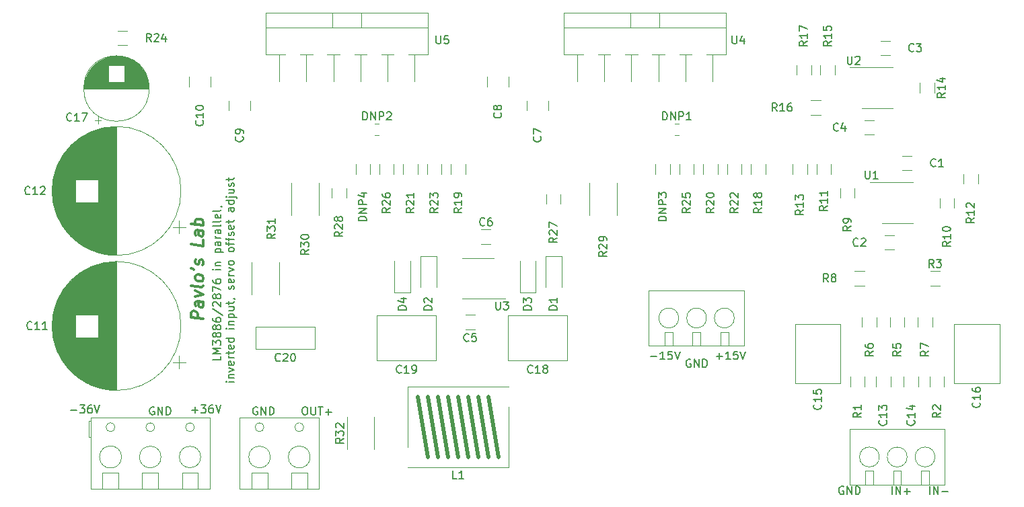
<source format=gbr>
%TF.GenerationSoftware,KiCad,Pcbnew,(5.1.6-0)*%
%TF.CreationDate,2023-07-03T12:35:29-07:00*%
%TF.ProjectId,LM3886x2_inv_bal_servo,4c4d3338-3836-4783-925f-696e765f6261,rev?*%
%TF.SameCoordinates,Original*%
%TF.FileFunction,Legend,Top*%
%TF.FilePolarity,Positive*%
%FSLAX46Y46*%
G04 Gerber Fmt 4.6, Leading zero omitted, Abs format (unit mm)*
G04 Created by KiCad (PCBNEW (5.1.6-0)) date 2023-07-03 12:35:29*
%MOMM*%
%LPD*%
G01*
G04 APERTURE LIST*
%ADD10C,0.150000*%
%ADD11C,0.300000*%
%ADD12C,0.120000*%
%ADD13C,0.500000*%
G04 APERTURE END LIST*
D10*
X82627380Y-92297619D02*
X82627380Y-92773809D01*
X81627380Y-92773809D01*
X82627380Y-91964285D02*
X81627380Y-91964285D01*
X82341666Y-91630952D01*
X81627380Y-91297619D01*
X82627380Y-91297619D01*
X81627380Y-90916666D02*
X81627380Y-90297619D01*
X82008333Y-90630952D01*
X82008333Y-90488095D01*
X82055952Y-90392857D01*
X82103571Y-90345238D01*
X82198809Y-90297619D01*
X82436904Y-90297619D01*
X82532142Y-90345238D01*
X82579761Y-90392857D01*
X82627380Y-90488095D01*
X82627380Y-90773809D01*
X82579761Y-90869047D01*
X82532142Y-90916666D01*
X82055952Y-89726190D02*
X82008333Y-89821428D01*
X81960714Y-89869047D01*
X81865476Y-89916666D01*
X81817857Y-89916666D01*
X81722619Y-89869047D01*
X81675000Y-89821428D01*
X81627380Y-89726190D01*
X81627380Y-89535714D01*
X81675000Y-89440476D01*
X81722619Y-89392857D01*
X81817857Y-89345238D01*
X81865476Y-89345238D01*
X81960714Y-89392857D01*
X82008333Y-89440476D01*
X82055952Y-89535714D01*
X82055952Y-89726190D01*
X82103571Y-89821428D01*
X82151190Y-89869047D01*
X82246428Y-89916666D01*
X82436904Y-89916666D01*
X82532142Y-89869047D01*
X82579761Y-89821428D01*
X82627380Y-89726190D01*
X82627380Y-89535714D01*
X82579761Y-89440476D01*
X82532142Y-89392857D01*
X82436904Y-89345238D01*
X82246428Y-89345238D01*
X82151190Y-89392857D01*
X82103571Y-89440476D01*
X82055952Y-89535714D01*
X82055952Y-88773809D02*
X82008333Y-88869047D01*
X81960714Y-88916666D01*
X81865476Y-88964285D01*
X81817857Y-88964285D01*
X81722619Y-88916666D01*
X81675000Y-88869047D01*
X81627380Y-88773809D01*
X81627380Y-88583333D01*
X81675000Y-88488095D01*
X81722619Y-88440476D01*
X81817857Y-88392857D01*
X81865476Y-88392857D01*
X81960714Y-88440476D01*
X82008333Y-88488095D01*
X82055952Y-88583333D01*
X82055952Y-88773809D01*
X82103571Y-88869047D01*
X82151190Y-88916666D01*
X82246428Y-88964285D01*
X82436904Y-88964285D01*
X82532142Y-88916666D01*
X82579761Y-88869047D01*
X82627380Y-88773809D01*
X82627380Y-88583333D01*
X82579761Y-88488095D01*
X82532142Y-88440476D01*
X82436904Y-88392857D01*
X82246428Y-88392857D01*
X82151190Y-88440476D01*
X82103571Y-88488095D01*
X82055952Y-88583333D01*
X81627380Y-87535714D02*
X81627380Y-87726190D01*
X81675000Y-87821428D01*
X81722619Y-87869047D01*
X81865476Y-87964285D01*
X82055952Y-88011904D01*
X82436904Y-88011904D01*
X82532142Y-87964285D01*
X82579761Y-87916666D01*
X82627380Y-87821428D01*
X82627380Y-87630952D01*
X82579761Y-87535714D01*
X82532142Y-87488095D01*
X82436904Y-87440476D01*
X82198809Y-87440476D01*
X82103571Y-87488095D01*
X82055952Y-87535714D01*
X82008333Y-87630952D01*
X82008333Y-87821428D01*
X82055952Y-87916666D01*
X82103571Y-87964285D01*
X82198809Y-88011904D01*
X81579761Y-86297619D02*
X82865476Y-87154761D01*
X81722619Y-86011904D02*
X81675000Y-85964285D01*
X81627380Y-85869047D01*
X81627380Y-85630952D01*
X81675000Y-85535714D01*
X81722619Y-85488095D01*
X81817857Y-85440476D01*
X81913095Y-85440476D01*
X82055952Y-85488095D01*
X82627380Y-86059523D01*
X82627380Y-85440476D01*
X82055952Y-84869047D02*
X82008333Y-84964285D01*
X81960714Y-85011904D01*
X81865476Y-85059523D01*
X81817857Y-85059523D01*
X81722619Y-85011904D01*
X81675000Y-84964285D01*
X81627380Y-84869047D01*
X81627380Y-84678571D01*
X81675000Y-84583333D01*
X81722619Y-84535714D01*
X81817857Y-84488095D01*
X81865476Y-84488095D01*
X81960714Y-84535714D01*
X82008333Y-84583333D01*
X82055952Y-84678571D01*
X82055952Y-84869047D01*
X82103571Y-84964285D01*
X82151190Y-85011904D01*
X82246428Y-85059523D01*
X82436904Y-85059523D01*
X82532142Y-85011904D01*
X82579761Y-84964285D01*
X82627380Y-84869047D01*
X82627380Y-84678571D01*
X82579761Y-84583333D01*
X82532142Y-84535714D01*
X82436904Y-84488095D01*
X82246428Y-84488095D01*
X82151190Y-84535714D01*
X82103571Y-84583333D01*
X82055952Y-84678571D01*
X81627380Y-84154761D02*
X81627380Y-83488095D01*
X82627380Y-83916666D01*
X81627380Y-82678571D02*
X81627380Y-82869047D01*
X81675000Y-82964285D01*
X81722619Y-83011904D01*
X81865476Y-83107142D01*
X82055952Y-83154761D01*
X82436904Y-83154761D01*
X82532142Y-83107142D01*
X82579761Y-83059523D01*
X82627380Y-82964285D01*
X82627380Y-82773809D01*
X82579761Y-82678571D01*
X82532142Y-82630952D01*
X82436904Y-82583333D01*
X82198809Y-82583333D01*
X82103571Y-82630952D01*
X82055952Y-82678571D01*
X82008333Y-82773809D01*
X82008333Y-82964285D01*
X82055952Y-83059523D01*
X82103571Y-83107142D01*
X82198809Y-83154761D01*
X82627380Y-81392857D02*
X81960714Y-81392857D01*
X81627380Y-81392857D02*
X81675000Y-81440476D01*
X81722619Y-81392857D01*
X81675000Y-81345238D01*
X81627380Y-81392857D01*
X81722619Y-81392857D01*
X81960714Y-80916666D02*
X82627380Y-80916666D01*
X82055952Y-80916666D02*
X82008333Y-80869047D01*
X81960714Y-80773809D01*
X81960714Y-80630952D01*
X82008333Y-80535714D01*
X82103571Y-80488095D01*
X82627380Y-80488095D01*
X81960714Y-79250000D02*
X82960714Y-79250000D01*
X82008333Y-79250000D02*
X81960714Y-79154761D01*
X81960714Y-78964285D01*
X82008333Y-78869047D01*
X82055952Y-78821428D01*
X82151190Y-78773809D01*
X82436904Y-78773809D01*
X82532142Y-78821428D01*
X82579761Y-78869047D01*
X82627380Y-78964285D01*
X82627380Y-79154761D01*
X82579761Y-79250000D01*
X82627380Y-77916666D02*
X82103571Y-77916666D01*
X82008333Y-77964285D01*
X81960714Y-78059523D01*
X81960714Y-78250000D01*
X82008333Y-78345238D01*
X82579761Y-77916666D02*
X82627380Y-78011904D01*
X82627380Y-78250000D01*
X82579761Y-78345238D01*
X82484523Y-78392857D01*
X82389285Y-78392857D01*
X82294047Y-78345238D01*
X82246428Y-78250000D01*
X82246428Y-78011904D01*
X82198809Y-77916666D01*
X82627380Y-77440476D02*
X81960714Y-77440476D01*
X82151190Y-77440476D02*
X82055952Y-77392857D01*
X82008333Y-77345238D01*
X81960714Y-77250000D01*
X81960714Y-77154761D01*
X82627380Y-76392857D02*
X82103571Y-76392857D01*
X82008333Y-76440476D01*
X81960714Y-76535714D01*
X81960714Y-76726190D01*
X82008333Y-76821428D01*
X82579761Y-76392857D02*
X82627380Y-76488095D01*
X82627380Y-76726190D01*
X82579761Y-76821428D01*
X82484523Y-76869047D01*
X82389285Y-76869047D01*
X82294047Y-76821428D01*
X82246428Y-76726190D01*
X82246428Y-76488095D01*
X82198809Y-76392857D01*
X82627380Y-75773809D02*
X82579761Y-75869047D01*
X82484523Y-75916666D01*
X81627380Y-75916666D01*
X82627380Y-75250000D02*
X82579761Y-75345238D01*
X82484523Y-75392857D01*
X81627380Y-75392857D01*
X82579761Y-74488095D02*
X82627380Y-74583333D01*
X82627380Y-74773809D01*
X82579761Y-74869047D01*
X82484523Y-74916666D01*
X82103571Y-74916666D01*
X82008333Y-74869047D01*
X81960714Y-74773809D01*
X81960714Y-74583333D01*
X82008333Y-74488095D01*
X82103571Y-74440476D01*
X82198809Y-74440476D01*
X82294047Y-74916666D01*
X82627380Y-73869047D02*
X82579761Y-73964285D01*
X82484523Y-74011904D01*
X81627380Y-74011904D01*
X82579761Y-73440476D02*
X82627380Y-73440476D01*
X82722619Y-73488095D01*
X82770238Y-73535714D01*
X84277380Y-95535714D02*
X83610714Y-95535714D01*
X83277380Y-95535714D02*
X83325000Y-95583333D01*
X83372619Y-95535714D01*
X83325000Y-95488095D01*
X83277380Y-95535714D01*
X83372619Y-95535714D01*
X83610714Y-95059523D02*
X84277380Y-95059523D01*
X83705952Y-95059523D02*
X83658333Y-95011904D01*
X83610714Y-94916666D01*
X83610714Y-94773809D01*
X83658333Y-94678571D01*
X83753571Y-94630952D01*
X84277380Y-94630952D01*
X83610714Y-94250000D02*
X84277380Y-94011904D01*
X83610714Y-93773809D01*
X84229761Y-93011904D02*
X84277380Y-93107142D01*
X84277380Y-93297619D01*
X84229761Y-93392857D01*
X84134523Y-93440476D01*
X83753571Y-93440476D01*
X83658333Y-93392857D01*
X83610714Y-93297619D01*
X83610714Y-93107142D01*
X83658333Y-93011904D01*
X83753571Y-92964285D01*
X83848809Y-92964285D01*
X83944047Y-93440476D01*
X84277380Y-92535714D02*
X83610714Y-92535714D01*
X83801190Y-92535714D02*
X83705952Y-92488095D01*
X83658333Y-92440476D01*
X83610714Y-92345238D01*
X83610714Y-92250000D01*
X83610714Y-92059523D02*
X83610714Y-91678571D01*
X83277380Y-91916666D02*
X84134523Y-91916666D01*
X84229761Y-91869047D01*
X84277380Y-91773809D01*
X84277380Y-91678571D01*
X84229761Y-90964285D02*
X84277380Y-91059523D01*
X84277380Y-91250000D01*
X84229761Y-91345238D01*
X84134523Y-91392857D01*
X83753571Y-91392857D01*
X83658333Y-91345238D01*
X83610714Y-91250000D01*
X83610714Y-91059523D01*
X83658333Y-90964285D01*
X83753571Y-90916666D01*
X83848809Y-90916666D01*
X83944047Y-91392857D01*
X84277380Y-90059523D02*
X83277380Y-90059523D01*
X84229761Y-90059523D02*
X84277380Y-90154761D01*
X84277380Y-90345238D01*
X84229761Y-90440476D01*
X84182142Y-90488095D01*
X84086904Y-90535714D01*
X83801190Y-90535714D01*
X83705952Y-90488095D01*
X83658333Y-90440476D01*
X83610714Y-90345238D01*
X83610714Y-90154761D01*
X83658333Y-90059523D01*
X84277380Y-88821428D02*
X83610714Y-88821428D01*
X83277380Y-88821428D02*
X83325000Y-88869047D01*
X83372619Y-88821428D01*
X83325000Y-88773809D01*
X83277380Y-88821428D01*
X83372619Y-88821428D01*
X83610714Y-88345238D02*
X84277380Y-88345238D01*
X83705952Y-88345238D02*
X83658333Y-88297619D01*
X83610714Y-88202380D01*
X83610714Y-88059523D01*
X83658333Y-87964285D01*
X83753571Y-87916666D01*
X84277380Y-87916666D01*
X83610714Y-87440476D02*
X84610714Y-87440476D01*
X83658333Y-87440476D02*
X83610714Y-87345238D01*
X83610714Y-87154761D01*
X83658333Y-87059523D01*
X83705952Y-87011904D01*
X83801190Y-86964285D01*
X84086904Y-86964285D01*
X84182142Y-87011904D01*
X84229761Y-87059523D01*
X84277380Y-87154761D01*
X84277380Y-87345238D01*
X84229761Y-87440476D01*
X83610714Y-86107142D02*
X84277380Y-86107142D01*
X83610714Y-86535714D02*
X84134523Y-86535714D01*
X84229761Y-86488095D01*
X84277380Y-86392857D01*
X84277380Y-86250000D01*
X84229761Y-86154761D01*
X84182142Y-86107142D01*
X83610714Y-85773809D02*
X83610714Y-85392857D01*
X83277380Y-85630952D02*
X84134523Y-85630952D01*
X84229761Y-85583333D01*
X84277380Y-85488095D01*
X84277380Y-85392857D01*
X84229761Y-85011904D02*
X84277380Y-85011904D01*
X84372619Y-85059523D01*
X84420238Y-85107142D01*
X84229761Y-83869047D02*
X84277380Y-83773809D01*
X84277380Y-83583333D01*
X84229761Y-83488095D01*
X84134523Y-83440476D01*
X84086904Y-83440476D01*
X83991666Y-83488095D01*
X83944047Y-83583333D01*
X83944047Y-83726190D01*
X83896428Y-83821428D01*
X83801190Y-83869047D01*
X83753571Y-83869047D01*
X83658333Y-83821428D01*
X83610714Y-83726190D01*
X83610714Y-83583333D01*
X83658333Y-83488095D01*
X84229761Y-82630952D02*
X84277380Y-82726190D01*
X84277380Y-82916666D01*
X84229761Y-83011904D01*
X84134523Y-83059523D01*
X83753571Y-83059523D01*
X83658333Y-83011904D01*
X83610714Y-82916666D01*
X83610714Y-82726190D01*
X83658333Y-82630952D01*
X83753571Y-82583333D01*
X83848809Y-82583333D01*
X83944047Y-83059523D01*
X84277380Y-82154761D02*
X83610714Y-82154761D01*
X83801190Y-82154761D02*
X83705952Y-82107142D01*
X83658333Y-82059523D01*
X83610714Y-81964285D01*
X83610714Y-81869047D01*
X83610714Y-81630952D02*
X84277380Y-81392857D01*
X83610714Y-81154761D01*
X84277380Y-80630952D02*
X84229761Y-80726190D01*
X84182142Y-80773809D01*
X84086904Y-80821428D01*
X83801190Y-80821428D01*
X83705952Y-80773809D01*
X83658333Y-80726190D01*
X83610714Y-80630952D01*
X83610714Y-80488095D01*
X83658333Y-80392857D01*
X83705952Y-80345238D01*
X83801190Y-80297619D01*
X84086904Y-80297619D01*
X84182142Y-80345238D01*
X84229761Y-80392857D01*
X84277380Y-80488095D01*
X84277380Y-80630952D01*
X84277380Y-78964285D02*
X84229761Y-79059523D01*
X84182142Y-79107142D01*
X84086904Y-79154761D01*
X83801190Y-79154761D01*
X83705952Y-79107142D01*
X83658333Y-79059523D01*
X83610714Y-78964285D01*
X83610714Y-78821428D01*
X83658333Y-78726190D01*
X83705952Y-78678571D01*
X83801190Y-78630952D01*
X84086904Y-78630952D01*
X84182142Y-78678571D01*
X84229761Y-78726190D01*
X84277380Y-78821428D01*
X84277380Y-78964285D01*
X83610714Y-78345238D02*
X83610714Y-77964285D01*
X84277380Y-78202380D02*
X83420238Y-78202380D01*
X83325000Y-78154761D01*
X83277380Y-78059523D01*
X83277380Y-77964285D01*
X83610714Y-77773809D02*
X83610714Y-77392857D01*
X84277380Y-77630952D02*
X83420238Y-77630952D01*
X83325000Y-77583333D01*
X83277380Y-77488095D01*
X83277380Y-77392857D01*
X84229761Y-77107142D02*
X84277380Y-77011904D01*
X84277380Y-76821428D01*
X84229761Y-76726190D01*
X84134523Y-76678571D01*
X84086904Y-76678571D01*
X83991666Y-76726190D01*
X83944047Y-76821428D01*
X83944047Y-76964285D01*
X83896428Y-77059523D01*
X83801190Y-77107142D01*
X83753571Y-77107142D01*
X83658333Y-77059523D01*
X83610714Y-76964285D01*
X83610714Y-76821428D01*
X83658333Y-76726190D01*
X84229761Y-75869047D02*
X84277380Y-75964285D01*
X84277380Y-76154761D01*
X84229761Y-76250000D01*
X84134523Y-76297619D01*
X83753571Y-76297619D01*
X83658333Y-76250000D01*
X83610714Y-76154761D01*
X83610714Y-75964285D01*
X83658333Y-75869047D01*
X83753571Y-75821428D01*
X83848809Y-75821428D01*
X83944047Y-76297619D01*
X83610714Y-75535714D02*
X83610714Y-75154761D01*
X83277380Y-75392857D02*
X84134523Y-75392857D01*
X84229761Y-75345238D01*
X84277380Y-75250000D01*
X84277380Y-75154761D01*
X84277380Y-73630952D02*
X83753571Y-73630952D01*
X83658333Y-73678571D01*
X83610714Y-73773809D01*
X83610714Y-73964285D01*
X83658333Y-74059523D01*
X84229761Y-73630952D02*
X84277380Y-73726190D01*
X84277380Y-73964285D01*
X84229761Y-74059523D01*
X84134523Y-74107142D01*
X84039285Y-74107142D01*
X83944047Y-74059523D01*
X83896428Y-73964285D01*
X83896428Y-73726190D01*
X83848809Y-73630952D01*
X84277380Y-72726190D02*
X83277380Y-72726190D01*
X84229761Y-72726190D02*
X84277380Y-72821428D01*
X84277380Y-73011904D01*
X84229761Y-73107142D01*
X84182142Y-73154761D01*
X84086904Y-73202380D01*
X83801190Y-73202380D01*
X83705952Y-73154761D01*
X83658333Y-73107142D01*
X83610714Y-73011904D01*
X83610714Y-72821428D01*
X83658333Y-72726190D01*
X83610714Y-72250000D02*
X84467857Y-72250000D01*
X84563095Y-72297619D01*
X84610714Y-72392857D01*
X84610714Y-72440476D01*
X83277380Y-72250000D02*
X83325000Y-72297619D01*
X83372619Y-72250000D01*
X83325000Y-72202380D01*
X83277380Y-72250000D01*
X83372619Y-72250000D01*
X83610714Y-71345238D02*
X84277380Y-71345238D01*
X83610714Y-71773809D02*
X84134523Y-71773809D01*
X84229761Y-71726190D01*
X84277380Y-71630952D01*
X84277380Y-71488095D01*
X84229761Y-71392857D01*
X84182142Y-71345238D01*
X84229761Y-70916666D02*
X84277380Y-70821428D01*
X84277380Y-70630952D01*
X84229761Y-70535714D01*
X84134523Y-70488095D01*
X84086904Y-70488095D01*
X83991666Y-70535714D01*
X83944047Y-70630952D01*
X83944047Y-70773809D01*
X83896428Y-70869047D01*
X83801190Y-70916666D01*
X83753571Y-70916666D01*
X83658333Y-70869047D01*
X83610714Y-70773809D01*
X83610714Y-70630952D01*
X83658333Y-70535714D01*
X83610714Y-70202380D02*
X83610714Y-69821428D01*
X83277380Y-70059523D02*
X84134523Y-70059523D01*
X84229761Y-70011904D01*
X84277380Y-69916666D01*
X84277380Y-69821428D01*
D11*
X80428571Y-87620357D02*
X78928571Y-87432857D01*
X78928571Y-86861428D01*
X79000000Y-86727500D01*
X79071428Y-86665000D01*
X79214285Y-86611428D01*
X79428571Y-86638214D01*
X79571428Y-86727500D01*
X79642857Y-86807857D01*
X79714285Y-86959642D01*
X79714285Y-87531071D01*
X80428571Y-85477500D02*
X79642857Y-85379285D01*
X79500000Y-85432857D01*
X79428571Y-85566785D01*
X79428571Y-85852500D01*
X79500000Y-86004285D01*
X80357142Y-85468571D02*
X80428571Y-85620357D01*
X80428571Y-85977500D01*
X80357142Y-86111428D01*
X80214285Y-86165000D01*
X80071428Y-86147142D01*
X79928571Y-86057857D01*
X79857142Y-85906071D01*
X79857142Y-85548928D01*
X79785714Y-85397142D01*
X79428571Y-84781071D02*
X80428571Y-84548928D01*
X79428571Y-84066785D01*
X80428571Y-83406071D02*
X80357142Y-83540000D01*
X80214285Y-83593571D01*
X78928571Y-83432857D01*
X80428571Y-82620357D02*
X80357142Y-82754285D01*
X80285714Y-82816785D01*
X80142857Y-82870357D01*
X79714285Y-82816785D01*
X79571428Y-82727500D01*
X79500000Y-82647142D01*
X79428571Y-82495357D01*
X79428571Y-82281071D01*
X79500000Y-82147142D01*
X79571428Y-82084642D01*
X79714285Y-82031071D01*
X80142857Y-82084642D01*
X80285714Y-82173928D01*
X80357142Y-82254285D01*
X80428571Y-82406071D01*
X80428571Y-82620357D01*
X78928571Y-81218571D02*
X79000000Y-81227500D01*
X79142857Y-81316785D01*
X79214285Y-81397142D01*
X80357142Y-80825714D02*
X80428571Y-80691785D01*
X80428571Y-80406071D01*
X80357142Y-80254285D01*
X80214285Y-80165000D01*
X80142857Y-80156071D01*
X80000000Y-80209642D01*
X79928571Y-80343571D01*
X79928571Y-80557857D01*
X79857142Y-80691785D01*
X79714285Y-80745357D01*
X79642857Y-80736428D01*
X79500000Y-80647142D01*
X79428571Y-80495357D01*
X79428571Y-80281071D01*
X79500000Y-80147142D01*
X80428571Y-77691785D02*
X80428571Y-78406071D01*
X78928571Y-78218571D01*
X80428571Y-76548928D02*
X79642857Y-76450714D01*
X79500000Y-76504285D01*
X79428571Y-76638214D01*
X79428571Y-76923928D01*
X79500000Y-77075714D01*
X80357142Y-76540000D02*
X80428571Y-76691785D01*
X80428571Y-77048928D01*
X80357142Y-77182857D01*
X80214285Y-77236428D01*
X80071428Y-77218571D01*
X79928571Y-77129285D01*
X79857142Y-76977500D01*
X79857142Y-76620357D01*
X79785714Y-76468571D01*
X80428571Y-75834642D02*
X78928571Y-75647142D01*
X79500000Y-75718571D02*
X79428571Y-75566785D01*
X79428571Y-75281071D01*
X79500000Y-75147142D01*
X79571428Y-75084642D01*
X79714285Y-75031071D01*
X80142857Y-75084642D01*
X80285714Y-75173928D01*
X80357142Y-75254285D01*
X80428571Y-75406071D01*
X80428571Y-75691785D01*
X80357142Y-75825714D01*
D10*
X171857142Y-109702380D02*
X171857142Y-108702380D01*
X172333333Y-109702380D02*
X172333333Y-108702380D01*
X172904761Y-109702380D01*
X172904761Y-108702380D01*
X173380952Y-109321428D02*
X174142857Y-109321428D01*
X167107142Y-109702380D02*
X167107142Y-108702380D01*
X167583333Y-109702380D02*
X167583333Y-108702380D01*
X168154761Y-109702380D01*
X168154761Y-108702380D01*
X168630952Y-109321428D02*
X169392857Y-109321428D01*
X169011904Y-109702380D02*
X169011904Y-108940476D01*
X93130952Y-98702380D02*
X93321428Y-98702380D01*
X93416666Y-98750000D01*
X93511904Y-98845238D01*
X93559523Y-99035714D01*
X93559523Y-99369047D01*
X93511904Y-99559523D01*
X93416666Y-99654761D01*
X93321428Y-99702380D01*
X93130952Y-99702380D01*
X93035714Y-99654761D01*
X92940476Y-99559523D01*
X92892857Y-99369047D01*
X92892857Y-99035714D01*
X92940476Y-98845238D01*
X93035714Y-98750000D01*
X93130952Y-98702380D01*
X93988095Y-98702380D02*
X93988095Y-99511904D01*
X94035714Y-99607142D01*
X94083333Y-99654761D01*
X94178571Y-99702380D01*
X94369047Y-99702380D01*
X94464285Y-99654761D01*
X94511904Y-99607142D01*
X94559523Y-99511904D01*
X94559523Y-98702380D01*
X94892857Y-98702380D02*
X95464285Y-98702380D01*
X95178571Y-99702380D02*
X95178571Y-98702380D01*
X95797619Y-99321428D02*
X96559523Y-99321428D01*
X96178571Y-99702380D02*
X96178571Y-98940476D01*
X78988095Y-99071428D02*
X79750000Y-99071428D01*
X79369047Y-99452380D02*
X79369047Y-98690476D01*
X80130952Y-98452380D02*
X80750000Y-98452380D01*
X80416666Y-98833333D01*
X80559523Y-98833333D01*
X80654761Y-98880952D01*
X80702380Y-98928571D01*
X80750000Y-99023809D01*
X80750000Y-99261904D01*
X80702380Y-99357142D01*
X80654761Y-99404761D01*
X80559523Y-99452380D01*
X80273809Y-99452380D01*
X80178571Y-99404761D01*
X80130952Y-99357142D01*
X81607142Y-98452380D02*
X81416666Y-98452380D01*
X81321428Y-98500000D01*
X81273809Y-98547619D01*
X81178571Y-98690476D01*
X81130952Y-98880952D01*
X81130952Y-99261904D01*
X81178571Y-99357142D01*
X81226190Y-99404761D01*
X81321428Y-99452380D01*
X81511904Y-99452380D01*
X81607142Y-99404761D01*
X81654761Y-99357142D01*
X81702380Y-99261904D01*
X81702380Y-99023809D01*
X81654761Y-98928571D01*
X81607142Y-98880952D01*
X81511904Y-98833333D01*
X81321428Y-98833333D01*
X81226190Y-98880952D01*
X81178571Y-98928571D01*
X81130952Y-99023809D01*
X81988095Y-98452380D02*
X82321428Y-99452380D01*
X82654761Y-98452380D01*
X63738095Y-99071428D02*
X64500000Y-99071428D01*
X64880952Y-98452380D02*
X65500000Y-98452380D01*
X65166666Y-98833333D01*
X65309523Y-98833333D01*
X65404761Y-98880952D01*
X65452380Y-98928571D01*
X65500000Y-99023809D01*
X65500000Y-99261904D01*
X65452380Y-99357142D01*
X65404761Y-99404761D01*
X65309523Y-99452380D01*
X65023809Y-99452380D01*
X64928571Y-99404761D01*
X64880952Y-99357142D01*
X66357142Y-98452380D02*
X66166666Y-98452380D01*
X66071428Y-98500000D01*
X66023809Y-98547619D01*
X65928571Y-98690476D01*
X65880952Y-98880952D01*
X65880952Y-99261904D01*
X65928571Y-99357142D01*
X65976190Y-99404761D01*
X66071428Y-99452380D01*
X66261904Y-99452380D01*
X66357142Y-99404761D01*
X66404761Y-99357142D01*
X66452380Y-99261904D01*
X66452380Y-99023809D01*
X66404761Y-98928571D01*
X66357142Y-98880952D01*
X66261904Y-98833333D01*
X66071428Y-98833333D01*
X65976190Y-98880952D01*
X65928571Y-98928571D01*
X65880952Y-99023809D01*
X66738095Y-98452380D02*
X67071428Y-99452380D01*
X67404761Y-98452380D01*
X74238095Y-98750000D02*
X74142857Y-98702380D01*
X74000000Y-98702380D01*
X73857142Y-98750000D01*
X73761904Y-98845238D01*
X73714285Y-98940476D01*
X73666666Y-99130952D01*
X73666666Y-99273809D01*
X73714285Y-99464285D01*
X73761904Y-99559523D01*
X73857142Y-99654761D01*
X74000000Y-99702380D01*
X74095238Y-99702380D01*
X74238095Y-99654761D01*
X74285714Y-99607142D01*
X74285714Y-99273809D01*
X74095238Y-99273809D01*
X74714285Y-99702380D02*
X74714285Y-98702380D01*
X75285714Y-99702380D01*
X75285714Y-98702380D01*
X75761904Y-99702380D02*
X75761904Y-98702380D01*
X76000000Y-98702380D01*
X76142857Y-98750000D01*
X76238095Y-98845238D01*
X76285714Y-98940476D01*
X76333333Y-99130952D01*
X76333333Y-99273809D01*
X76285714Y-99464285D01*
X76238095Y-99559523D01*
X76142857Y-99654761D01*
X76000000Y-99702380D01*
X75761904Y-99702380D01*
X87238095Y-98750000D02*
X87142857Y-98702380D01*
X87000000Y-98702380D01*
X86857142Y-98750000D01*
X86761904Y-98845238D01*
X86714285Y-98940476D01*
X86666666Y-99130952D01*
X86666666Y-99273809D01*
X86714285Y-99464285D01*
X86761904Y-99559523D01*
X86857142Y-99654761D01*
X87000000Y-99702380D01*
X87095238Y-99702380D01*
X87238095Y-99654761D01*
X87285714Y-99607142D01*
X87285714Y-99273809D01*
X87095238Y-99273809D01*
X87714285Y-99702380D02*
X87714285Y-98702380D01*
X88285714Y-99702380D01*
X88285714Y-98702380D01*
X88761904Y-99702380D02*
X88761904Y-98702380D01*
X89000000Y-98702380D01*
X89142857Y-98750000D01*
X89238095Y-98845238D01*
X89285714Y-98940476D01*
X89333333Y-99130952D01*
X89333333Y-99273809D01*
X89285714Y-99464285D01*
X89238095Y-99559523D01*
X89142857Y-99654761D01*
X89000000Y-99702380D01*
X88761904Y-99702380D01*
X160988095Y-108750000D02*
X160892857Y-108702380D01*
X160750000Y-108702380D01*
X160607142Y-108750000D01*
X160511904Y-108845238D01*
X160464285Y-108940476D01*
X160416666Y-109130952D01*
X160416666Y-109273809D01*
X160464285Y-109464285D01*
X160511904Y-109559523D01*
X160607142Y-109654761D01*
X160750000Y-109702380D01*
X160845238Y-109702380D01*
X160988095Y-109654761D01*
X161035714Y-109607142D01*
X161035714Y-109273809D01*
X160845238Y-109273809D01*
X161464285Y-109702380D02*
X161464285Y-108702380D01*
X162035714Y-109702380D01*
X162035714Y-108702380D01*
X162511904Y-109702380D02*
X162511904Y-108702380D01*
X162750000Y-108702380D01*
X162892857Y-108750000D01*
X162988095Y-108845238D01*
X163035714Y-108940476D01*
X163083333Y-109130952D01*
X163083333Y-109273809D01*
X163035714Y-109464285D01*
X162988095Y-109559523D01*
X162892857Y-109654761D01*
X162750000Y-109702380D01*
X162511904Y-109702380D01*
X141738095Y-92750000D02*
X141642857Y-92702380D01*
X141500000Y-92702380D01*
X141357142Y-92750000D01*
X141261904Y-92845238D01*
X141214285Y-92940476D01*
X141166666Y-93130952D01*
X141166666Y-93273809D01*
X141214285Y-93464285D01*
X141261904Y-93559523D01*
X141357142Y-93654761D01*
X141500000Y-93702380D01*
X141595238Y-93702380D01*
X141738095Y-93654761D01*
X141785714Y-93607142D01*
X141785714Y-93273809D01*
X141595238Y-93273809D01*
X142214285Y-93702380D02*
X142214285Y-92702380D01*
X142785714Y-93702380D01*
X142785714Y-92702380D01*
X143261904Y-93702380D02*
X143261904Y-92702380D01*
X143500000Y-92702380D01*
X143642857Y-92750000D01*
X143738095Y-92845238D01*
X143785714Y-92940476D01*
X143833333Y-93130952D01*
X143833333Y-93273809D01*
X143785714Y-93464285D01*
X143738095Y-93559523D01*
X143642857Y-93654761D01*
X143500000Y-93702380D01*
X143261904Y-93702380D01*
X136738095Y-92321428D02*
X137500000Y-92321428D01*
X138500000Y-92702380D02*
X137928571Y-92702380D01*
X138214285Y-92702380D02*
X138214285Y-91702380D01*
X138119047Y-91845238D01*
X138023809Y-91940476D01*
X137928571Y-91988095D01*
X139404761Y-91702380D02*
X138928571Y-91702380D01*
X138880952Y-92178571D01*
X138928571Y-92130952D01*
X139023809Y-92083333D01*
X139261904Y-92083333D01*
X139357142Y-92130952D01*
X139404761Y-92178571D01*
X139452380Y-92273809D01*
X139452380Y-92511904D01*
X139404761Y-92607142D01*
X139357142Y-92654761D01*
X139261904Y-92702380D01*
X139023809Y-92702380D01*
X138928571Y-92654761D01*
X138880952Y-92607142D01*
X139738095Y-91702380D02*
X140071428Y-92702380D01*
X140404761Y-91702380D01*
X144988095Y-92321428D02*
X145750000Y-92321428D01*
X145369047Y-92702380D02*
X145369047Y-91940476D01*
X146750000Y-92702380D02*
X146178571Y-92702380D01*
X146464285Y-92702380D02*
X146464285Y-91702380D01*
X146369047Y-91845238D01*
X146273809Y-91940476D01*
X146178571Y-91988095D01*
X147654761Y-91702380D02*
X147178571Y-91702380D01*
X147130952Y-92178571D01*
X147178571Y-92130952D01*
X147273809Y-92083333D01*
X147511904Y-92083333D01*
X147607142Y-92130952D01*
X147654761Y-92178571D01*
X147702380Y-92273809D01*
X147702380Y-92511904D01*
X147654761Y-92607142D01*
X147607142Y-92654761D01*
X147511904Y-92702380D01*
X147273809Y-92702380D01*
X147178571Y-92654761D01*
X147130952Y-92607142D01*
X147988095Y-91702380D02*
X148321428Y-92702380D01*
X148654761Y-91702380D01*
D12*
%TO.C,R3*%
X171897936Y-83410000D02*
X173102064Y-83410000D01*
X171897936Y-81590000D02*
X173102064Y-81590000D01*
%TO.C,DNP4*%
X101410000Y-69352064D02*
X101410000Y-68147936D01*
X99590000Y-69352064D02*
X99590000Y-68147936D01*
%TO.C,DNP3*%
X139160000Y-69352064D02*
X139160000Y-68147936D01*
X137340000Y-69352064D02*
X137340000Y-68147936D01*
%TO.C,DNP2*%
X102013748Y-64460000D02*
X102536252Y-64460000D01*
X102013748Y-63040000D02*
X102536252Y-63040000D01*
%TO.C,DNP1*%
X139738748Y-64460000D02*
X140261252Y-64460000D01*
X139738748Y-63040000D02*
X140261252Y-63040000D01*
%TO.C,U5*%
X88280000Y-49050000D02*
X108720000Y-49050000D01*
X88280000Y-54291000D02*
X90776000Y-54291000D01*
X92625000Y-54291000D02*
X94176000Y-54291000D01*
X96025000Y-54291000D02*
X97576000Y-54291000D01*
X99425000Y-54291000D02*
X100976000Y-54291000D01*
X102825000Y-54291000D02*
X104376000Y-54291000D01*
X106225000Y-54291000D02*
X108720000Y-54291000D01*
X88280000Y-49050000D02*
X88280000Y-54291000D01*
X108720000Y-49050000D02*
X108720000Y-54291000D01*
X88280000Y-50890000D02*
X108720000Y-50890000D01*
X96650000Y-49050000D02*
X96650000Y-50890000D01*
X100350000Y-49050000D02*
X100350000Y-50890000D01*
X90000000Y-54291000D02*
X90000000Y-57700000D01*
X93400000Y-54291000D02*
X93400000Y-57685000D01*
X96800000Y-54291000D02*
X96800000Y-57685000D01*
X100200000Y-54291000D02*
X100200000Y-57685000D01*
X103600000Y-54291000D02*
X103600000Y-57685000D01*
X107000000Y-54291000D02*
X107000000Y-57685000D01*
%TO.C,U4*%
X125780000Y-49050000D02*
X146220000Y-49050000D01*
X125780000Y-54291000D02*
X128276000Y-54291000D01*
X130125000Y-54291000D02*
X131676000Y-54291000D01*
X133525000Y-54291000D02*
X135076000Y-54291000D01*
X136925000Y-54291000D02*
X138476000Y-54291000D01*
X140325000Y-54291000D02*
X141876000Y-54291000D01*
X143725000Y-54291000D02*
X146220000Y-54291000D01*
X125780000Y-49050000D02*
X125780000Y-54291000D01*
X146220000Y-49050000D02*
X146220000Y-54291000D01*
X125780000Y-50890000D02*
X146220000Y-50890000D01*
X134150000Y-49050000D02*
X134150000Y-50890000D01*
X137850000Y-49050000D02*
X137850000Y-50890000D01*
X127500000Y-54291000D02*
X127500000Y-57700000D01*
X130900000Y-54291000D02*
X130900000Y-57685000D01*
X134300000Y-54291000D02*
X134300000Y-57685000D01*
X137700000Y-54291000D02*
X137700000Y-57685000D01*
X141100000Y-54291000D02*
X141100000Y-57685000D01*
X144500000Y-54291000D02*
X144500000Y-57685000D01*
%TO.C,U3*%
X115000000Y-79940000D02*
X113050000Y-79940000D01*
X115000000Y-79940000D02*
X116950000Y-79940000D01*
X115000000Y-85060000D02*
X113050000Y-85060000D01*
X115000000Y-85060000D02*
X118450000Y-85060000D01*
%TO.C,U2*%
X165250000Y-61060000D02*
X167200000Y-61060000D01*
X165250000Y-61060000D02*
X163300000Y-61060000D01*
X165250000Y-55940000D02*
X167200000Y-55940000D01*
X165250000Y-55940000D02*
X161800000Y-55940000D01*
%TO.C,U1*%
X167750000Y-75560000D02*
X169700000Y-75560000D01*
X167750000Y-75560000D02*
X165800000Y-75560000D01*
X167750000Y-70440000D02*
X169700000Y-70440000D01*
X167750000Y-70440000D02*
X164300000Y-70440000D01*
%TO.C,R32*%
X98540000Y-104052064D02*
X98540000Y-99947936D01*
X101960000Y-104052064D02*
X101960000Y-99947936D01*
%TO.C,R31*%
X86540000Y-84552064D02*
X86540000Y-80447936D01*
X89960000Y-84552064D02*
X89960000Y-80447936D01*
%TO.C,R30*%
X91540000Y-74552064D02*
X91540000Y-70447936D01*
X94960000Y-74552064D02*
X94960000Y-70447936D01*
%TO.C,R29*%
X129040000Y-74552064D02*
X129040000Y-70447936D01*
X132460000Y-74552064D02*
X132460000Y-70447936D01*
%TO.C,R28*%
X96590000Y-72352064D02*
X96590000Y-71147936D01*
X98410000Y-72352064D02*
X98410000Y-71147936D01*
%TO.C,R27*%
X123590000Y-73102064D02*
X123590000Y-71897936D01*
X125410000Y-73102064D02*
X125410000Y-71897936D01*
%TO.C,R26*%
X102590000Y-69352064D02*
X102590000Y-68147936D01*
X104410000Y-69352064D02*
X104410000Y-68147936D01*
%TO.C,R25*%
X140340000Y-69352064D02*
X140340000Y-68147936D01*
X142160000Y-69352064D02*
X142160000Y-68147936D01*
%TO.C,R24*%
X70852064Y-53160000D02*
X69647936Y-53160000D01*
X70852064Y-51340000D02*
X69647936Y-51340000D01*
%TO.C,R23*%
X108590000Y-69352064D02*
X108590000Y-68147936D01*
X110410000Y-69352064D02*
X110410000Y-68147936D01*
%TO.C,R22*%
X146340000Y-69352064D02*
X146340000Y-68147936D01*
X148160000Y-69352064D02*
X148160000Y-68147936D01*
%TO.C,R21*%
X107410000Y-68147936D02*
X107410000Y-69352064D01*
X105590000Y-68147936D02*
X105590000Y-69352064D01*
%TO.C,R20*%
X145160000Y-68147936D02*
X145160000Y-69352064D01*
X143340000Y-68147936D02*
X143340000Y-69352064D01*
%TO.C,R19*%
X113410000Y-68147936D02*
X113410000Y-69352064D01*
X111590000Y-68147936D02*
X111590000Y-69352064D01*
%TO.C,R18*%
X151160000Y-68147936D02*
X151160000Y-69352064D01*
X149340000Y-68147936D02*
X149340000Y-69352064D01*
%TO.C,R17*%
X156910000Y-55647936D02*
X156910000Y-56852064D01*
X155090000Y-55647936D02*
X155090000Y-56852064D01*
%TO.C,R16*%
X158102064Y-61910000D02*
X156897936Y-61910000D01*
X158102064Y-60090000D02*
X156897936Y-60090000D01*
%TO.C,R15*%
X158090000Y-56852064D02*
X158090000Y-55647936D01*
X159910000Y-56852064D02*
X159910000Y-55647936D01*
%TO.C,R14*%
X172410000Y-57897936D02*
X172410000Y-59102064D01*
X170590000Y-57897936D02*
X170590000Y-59102064D01*
%TO.C,R13*%
X154590000Y-69352064D02*
X154590000Y-68147936D01*
X156410000Y-69352064D02*
X156410000Y-68147936D01*
%TO.C,R12*%
X177910000Y-69397936D02*
X177910000Y-70602064D01*
X176090000Y-69397936D02*
X176090000Y-70602064D01*
%TO.C,R11*%
X159410000Y-68147936D02*
X159410000Y-69352064D01*
X157590000Y-68147936D02*
X157590000Y-69352064D01*
%TO.C,R10*%
X174910000Y-72397936D02*
X174910000Y-73602064D01*
X173090000Y-72397936D02*
X173090000Y-73602064D01*
%TO.C,R9*%
X162410000Y-71147936D02*
X162410000Y-72352064D01*
X160590000Y-71147936D02*
X160590000Y-72352064D01*
%TO.C,R8*%
X162397936Y-81590000D02*
X163602064Y-81590000D01*
X162397936Y-83410000D02*
X163602064Y-83410000D01*
%TO.C,R7*%
X172160000Y-87397936D02*
X172160000Y-88602064D01*
X170340000Y-87397936D02*
X170340000Y-88602064D01*
%TO.C,R6*%
X163340000Y-88602064D02*
X163340000Y-87397936D01*
X165160000Y-88602064D02*
X165160000Y-87397936D01*
%TO.C,R5*%
X168660000Y-87397936D02*
X168660000Y-88602064D01*
X166840000Y-87397936D02*
X166840000Y-88602064D01*
%TO.C,R2*%
X173660000Y-94897936D02*
X173660000Y-96102064D01*
X171840000Y-94897936D02*
X171840000Y-96102064D01*
%TO.C,R1*%
X163660000Y-94897936D02*
X163660000Y-96102064D01*
X161840000Y-94897936D02*
X161840000Y-96102064D01*
%TO.C,L1*%
X118850000Y-106330000D02*
X118850000Y-98710000D01*
X118850000Y-96170000D02*
X106150000Y-96170000D01*
X106150000Y-96170000D02*
X106150000Y-103790000D01*
X106150000Y-106330000D02*
X118850000Y-106330000D01*
D13*
X116310000Y-105060000D02*
X115040000Y-97440000D01*
X115040000Y-105060000D02*
X113770000Y-97440000D01*
X113770000Y-105060000D02*
X112500000Y-97440000D01*
X112500000Y-105060000D02*
X111230000Y-97440000D01*
X111230000Y-105060000D02*
X109960000Y-97440000D01*
X109960000Y-105060000D02*
X108690000Y-97440000D01*
X117580000Y-105060000D02*
X116310000Y-97440000D01*
X108690000Y-105060000D02*
X107420000Y-97440000D01*
D12*
%TO.C,J4*%
X146500000Y-89250000D02*
X146500000Y-91000000D01*
X145500000Y-89250000D02*
X146500000Y-89250000D01*
X145500000Y-91000000D02*
X145500000Y-89250000D01*
X143000000Y-89250000D02*
X143000000Y-91000000D01*
X142000000Y-89250000D02*
X143000000Y-89250000D01*
X142000000Y-91000000D02*
X142000000Y-89250000D01*
X138500000Y-89250000D02*
X138500000Y-91000000D01*
X139500000Y-89250000D02*
X139500000Y-91000000D01*
X138500000Y-89250000D02*
X139500000Y-89250000D01*
X140250000Y-87500000D02*
G75*
G03*
X140250000Y-87500000I-1250000J0D01*
G01*
X143750000Y-87500000D02*
G75*
G03*
X143750000Y-87500000I-1250000J0D01*
G01*
X147250000Y-87500000D02*
G75*
G03*
X147250000Y-87500000I-1250000J0D01*
G01*
X148500000Y-84000000D02*
X136500000Y-84000000D01*
X148500000Y-91000000D02*
X136500000Y-91000000D01*
X136500000Y-84000000D02*
X136500000Y-91000000D01*
X148500000Y-84000000D02*
X148500000Y-91000000D01*
%TO.C,J3*%
X66000000Y-102500000D02*
X66250000Y-102500000D01*
X66000000Y-100500000D02*
X66000000Y-102500000D01*
X66250000Y-100500000D02*
X66000000Y-100500000D01*
X67750000Y-107000000D02*
X67750000Y-109000000D01*
X69750000Y-107000000D02*
X69750000Y-109000000D01*
X74750000Y-107000000D02*
X74750000Y-109000000D01*
X72750000Y-107000000D02*
X72750000Y-109000000D01*
X67750000Y-107000000D02*
X69750000Y-107000000D01*
X72750000Y-107000000D02*
X74750000Y-107000000D01*
X77750000Y-107000000D02*
X77750000Y-109000000D01*
X79750000Y-107000000D02*
X79750000Y-109000000D01*
X77750000Y-107000000D02*
X79750000Y-107000000D01*
X79309017Y-101250000D02*
G75*
G03*
X79309017Y-101250000I-559017J0D01*
G01*
X74309017Y-101250000D02*
G75*
G03*
X74309017Y-101250000I-559017J0D01*
G01*
X69309017Y-101250000D02*
G75*
G03*
X69309017Y-101250000I-559017J0D01*
G01*
X70136542Y-105000000D02*
G75*
G03*
X70136542Y-105000000I-1386542J0D01*
G01*
X75110147Y-105000000D02*
G75*
G03*
X75110147Y-105000000I-1360147J0D01*
G01*
X80096291Y-105000000D02*
G75*
G03*
X80096291Y-105000000I-1346291J0D01*
G01*
X66250000Y-109000000D02*
X81250000Y-109000000D01*
X66250000Y-100000000D02*
X66250000Y-109000000D01*
X81250000Y-100000000D02*
X81250000Y-109000000D01*
X66250000Y-100000000D02*
X81250000Y-100000000D01*
%TO.C,J2*%
X93500000Y-107000000D02*
X93500000Y-109000000D01*
X91500000Y-107000000D02*
X93500000Y-107000000D01*
X91500000Y-107000000D02*
X91500000Y-109000000D01*
X88500000Y-107000000D02*
X88500000Y-109000000D01*
X86500000Y-107000000D02*
X88500000Y-107000000D01*
X86500000Y-109000000D02*
X86500000Y-107000000D01*
X93059017Y-101250000D02*
G75*
G03*
X93059017Y-101250000I-559017J0D01*
G01*
X88059017Y-101250000D02*
G75*
G03*
X88059017Y-101250000I-559017J0D01*
G01*
X88860147Y-105000000D02*
G75*
G03*
X88860147Y-105000000I-1360147J0D01*
G01*
X93872953Y-105000000D02*
G75*
G03*
X93872953Y-105000000I-1372953J0D01*
G01*
X85000000Y-109000000D02*
X85000000Y-100000000D01*
X95000000Y-109000000D02*
X85000000Y-109000000D01*
X95000000Y-100000000D02*
X95000000Y-109000000D01*
X85000000Y-100000000D02*
X95000000Y-100000000D01*
%TO.C,J1*%
X171750000Y-106750000D02*
X171750000Y-108500000D01*
X170750000Y-106750000D02*
X171750000Y-106750000D01*
X170750000Y-108500000D02*
X170750000Y-106750000D01*
X168250000Y-106750000D02*
X168250000Y-108500000D01*
X167250000Y-106750000D02*
X168250000Y-106750000D01*
X167250000Y-108500000D02*
X167250000Y-106750000D01*
X163750000Y-106750000D02*
X163750000Y-108500000D01*
X164750000Y-106750000D02*
X164750000Y-108500000D01*
X163750000Y-106750000D02*
X164750000Y-106750000D01*
X165500000Y-105000000D02*
G75*
G03*
X165500000Y-105000000I-1250000J0D01*
G01*
X169000000Y-105000000D02*
G75*
G03*
X169000000Y-105000000I-1250000J0D01*
G01*
X172500000Y-105000000D02*
G75*
G03*
X172500000Y-105000000I-1250000J0D01*
G01*
X173750000Y-101500000D02*
X161750000Y-101500000D01*
X173750000Y-108500000D02*
X161750000Y-108500000D01*
X161750000Y-101500000D02*
X161750000Y-108500000D01*
X173750000Y-101500000D02*
X173750000Y-108500000D01*
%TO.C,D4*%
X104500000Y-84250000D02*
X106500000Y-84250000D01*
X106500000Y-84250000D02*
X106500000Y-80350000D01*
X104500000Y-84250000D02*
X104500000Y-80350000D01*
%TO.C,D3*%
X120250000Y-84250000D02*
X122250000Y-84250000D01*
X122250000Y-84250000D02*
X122250000Y-80350000D01*
X120250000Y-84250000D02*
X120250000Y-80350000D01*
%TO.C,D2*%
X109750000Y-79750000D02*
X107750000Y-79750000D01*
X107750000Y-79750000D02*
X107750000Y-83650000D01*
X109750000Y-79750000D02*
X109750000Y-83650000D01*
%TO.C,D1*%
X125500000Y-79750000D02*
X123500000Y-79750000D01*
X123500000Y-79750000D02*
X123500000Y-83650000D01*
X125500000Y-79750000D02*
X125500000Y-83650000D01*
%TO.C,C20*%
X94470000Y-91370000D02*
X87030000Y-91370000D01*
X94470000Y-88630000D02*
X87030000Y-88630000D01*
X94470000Y-91370000D02*
X94470000Y-88630000D01*
X87030000Y-91370000D02*
X87030000Y-88630000D01*
%TO.C,C19*%
X102280000Y-87130000D02*
X109720000Y-87130000D01*
X102280000Y-92870000D02*
X109720000Y-92870000D01*
X102280000Y-87130000D02*
X102280000Y-92870000D01*
X109720000Y-87130000D02*
X109720000Y-92870000D01*
%TO.C,C18*%
X126220000Y-92870000D02*
X118780000Y-92870000D01*
X126220000Y-87130000D02*
X118780000Y-87130000D01*
X126220000Y-92870000D02*
X126220000Y-87130000D01*
X118780000Y-92870000D02*
X118780000Y-87130000D01*
%TO.C,C17*%
X73620000Y-58600000D02*
G75*
G03*
X73620000Y-58600000I-4120000J0D01*
G01*
X65420000Y-58600000D02*
X73580000Y-58600000D01*
X65420000Y-58560000D02*
X73580000Y-58560000D01*
X65420000Y-58520000D02*
X73580000Y-58520000D01*
X65421000Y-58480000D02*
X73579000Y-58480000D01*
X65423000Y-58440000D02*
X73577000Y-58440000D01*
X65424000Y-58400000D02*
X73576000Y-58400000D01*
X65426000Y-58360000D02*
X73574000Y-58360000D01*
X65429000Y-58320000D02*
X73571000Y-58320000D01*
X65432000Y-58280000D02*
X73568000Y-58280000D01*
X65435000Y-58240000D02*
X73565000Y-58240000D01*
X65439000Y-58200000D02*
X73561000Y-58200000D01*
X65443000Y-58160000D02*
X73557000Y-58160000D01*
X65448000Y-58120000D02*
X73552000Y-58120000D01*
X65452000Y-58080000D02*
X73548000Y-58080000D01*
X65458000Y-58040000D02*
X73542000Y-58040000D01*
X65463000Y-58000000D02*
X73537000Y-58000000D01*
X65470000Y-57960000D02*
X73530000Y-57960000D01*
X65476000Y-57920000D02*
X73524000Y-57920000D01*
X65483000Y-57879000D02*
X73517000Y-57879000D01*
X65490000Y-57839000D02*
X73510000Y-57839000D01*
X65498000Y-57799000D02*
X73502000Y-57799000D01*
X65506000Y-57759000D02*
X73494000Y-57759000D01*
X65515000Y-57719000D02*
X68460000Y-57719000D01*
X70540000Y-57719000D02*
X73485000Y-57719000D01*
X65524000Y-57679000D02*
X68460000Y-57679000D01*
X70540000Y-57679000D02*
X73476000Y-57679000D01*
X65533000Y-57639000D02*
X68460000Y-57639000D01*
X70540000Y-57639000D02*
X73467000Y-57639000D01*
X65543000Y-57599000D02*
X68460000Y-57599000D01*
X70540000Y-57599000D02*
X73457000Y-57599000D01*
X65553000Y-57559000D02*
X68460000Y-57559000D01*
X70540000Y-57559000D02*
X73447000Y-57559000D01*
X65564000Y-57519000D02*
X68460000Y-57519000D01*
X70540000Y-57519000D02*
X73436000Y-57519000D01*
X65575000Y-57479000D02*
X68460000Y-57479000D01*
X70540000Y-57479000D02*
X73425000Y-57479000D01*
X65586000Y-57439000D02*
X68460000Y-57439000D01*
X70540000Y-57439000D02*
X73414000Y-57439000D01*
X65598000Y-57399000D02*
X68460000Y-57399000D01*
X70540000Y-57399000D02*
X73402000Y-57399000D01*
X65611000Y-57359000D02*
X68460000Y-57359000D01*
X70540000Y-57359000D02*
X73389000Y-57359000D01*
X65623000Y-57319000D02*
X68460000Y-57319000D01*
X70540000Y-57319000D02*
X73377000Y-57319000D01*
X65637000Y-57279000D02*
X68460000Y-57279000D01*
X70540000Y-57279000D02*
X73363000Y-57279000D01*
X65650000Y-57239000D02*
X68460000Y-57239000D01*
X70540000Y-57239000D02*
X73350000Y-57239000D01*
X65665000Y-57199000D02*
X68460000Y-57199000D01*
X70540000Y-57199000D02*
X73335000Y-57199000D01*
X65679000Y-57159000D02*
X68460000Y-57159000D01*
X70540000Y-57159000D02*
X73321000Y-57159000D01*
X65695000Y-57119000D02*
X68460000Y-57119000D01*
X70540000Y-57119000D02*
X73305000Y-57119000D01*
X65710000Y-57079000D02*
X68460000Y-57079000D01*
X70540000Y-57079000D02*
X73290000Y-57079000D01*
X65726000Y-57039000D02*
X68460000Y-57039000D01*
X70540000Y-57039000D02*
X73274000Y-57039000D01*
X65743000Y-56999000D02*
X68460000Y-56999000D01*
X70540000Y-56999000D02*
X73257000Y-56999000D01*
X65760000Y-56959000D02*
X68460000Y-56959000D01*
X70540000Y-56959000D02*
X73240000Y-56959000D01*
X65778000Y-56919000D02*
X68460000Y-56919000D01*
X70540000Y-56919000D02*
X73222000Y-56919000D01*
X65796000Y-56879000D02*
X68460000Y-56879000D01*
X70540000Y-56879000D02*
X73204000Y-56879000D01*
X65814000Y-56839000D02*
X68460000Y-56839000D01*
X70540000Y-56839000D02*
X73186000Y-56839000D01*
X65834000Y-56799000D02*
X68460000Y-56799000D01*
X70540000Y-56799000D02*
X73166000Y-56799000D01*
X65853000Y-56759000D02*
X68460000Y-56759000D01*
X70540000Y-56759000D02*
X73147000Y-56759000D01*
X65873000Y-56719000D02*
X68460000Y-56719000D01*
X70540000Y-56719000D02*
X73127000Y-56719000D01*
X65894000Y-56679000D02*
X68460000Y-56679000D01*
X70540000Y-56679000D02*
X73106000Y-56679000D01*
X65916000Y-56639000D02*
X68460000Y-56639000D01*
X70540000Y-56639000D02*
X73084000Y-56639000D01*
X65938000Y-56599000D02*
X68460000Y-56599000D01*
X70540000Y-56599000D02*
X73062000Y-56599000D01*
X65960000Y-56559000D02*
X68460000Y-56559000D01*
X70540000Y-56559000D02*
X73040000Y-56559000D01*
X65983000Y-56519000D02*
X68460000Y-56519000D01*
X70540000Y-56519000D02*
X73017000Y-56519000D01*
X66007000Y-56479000D02*
X68460000Y-56479000D01*
X70540000Y-56479000D02*
X72993000Y-56479000D01*
X66031000Y-56439000D02*
X68460000Y-56439000D01*
X70540000Y-56439000D02*
X72969000Y-56439000D01*
X66056000Y-56399000D02*
X68460000Y-56399000D01*
X70540000Y-56399000D02*
X72944000Y-56399000D01*
X66082000Y-56359000D02*
X68460000Y-56359000D01*
X70540000Y-56359000D02*
X72918000Y-56359000D01*
X66108000Y-56319000D02*
X68460000Y-56319000D01*
X70540000Y-56319000D02*
X72892000Y-56319000D01*
X66135000Y-56279000D02*
X68460000Y-56279000D01*
X70540000Y-56279000D02*
X72865000Y-56279000D01*
X66162000Y-56239000D02*
X68460000Y-56239000D01*
X70540000Y-56239000D02*
X72838000Y-56239000D01*
X66191000Y-56199000D02*
X68460000Y-56199000D01*
X70540000Y-56199000D02*
X72809000Y-56199000D01*
X66220000Y-56159000D02*
X68460000Y-56159000D01*
X70540000Y-56159000D02*
X72780000Y-56159000D01*
X66250000Y-56119000D02*
X68460000Y-56119000D01*
X70540000Y-56119000D02*
X72750000Y-56119000D01*
X66280000Y-56079000D02*
X68460000Y-56079000D01*
X70540000Y-56079000D02*
X72720000Y-56079000D01*
X66311000Y-56039000D02*
X68460000Y-56039000D01*
X70540000Y-56039000D02*
X72689000Y-56039000D01*
X66344000Y-55999000D02*
X68460000Y-55999000D01*
X70540000Y-55999000D02*
X72656000Y-55999000D01*
X66376000Y-55959000D02*
X68460000Y-55959000D01*
X70540000Y-55959000D02*
X72624000Y-55959000D01*
X66410000Y-55919000D02*
X68460000Y-55919000D01*
X70540000Y-55919000D02*
X72590000Y-55919000D01*
X66445000Y-55879000D02*
X68460000Y-55879000D01*
X70540000Y-55879000D02*
X72555000Y-55879000D01*
X66481000Y-55839000D02*
X68460000Y-55839000D01*
X70540000Y-55839000D02*
X72519000Y-55839000D01*
X66517000Y-55799000D02*
X68460000Y-55799000D01*
X70540000Y-55799000D02*
X72483000Y-55799000D01*
X66555000Y-55759000D02*
X68460000Y-55759000D01*
X70540000Y-55759000D02*
X72445000Y-55759000D01*
X66593000Y-55719000D02*
X68460000Y-55719000D01*
X70540000Y-55719000D02*
X72407000Y-55719000D01*
X66633000Y-55679000D02*
X68460000Y-55679000D01*
X70540000Y-55679000D02*
X72367000Y-55679000D01*
X66674000Y-55639000D02*
X72326000Y-55639000D01*
X66716000Y-55599000D02*
X72284000Y-55599000D01*
X66759000Y-55559000D02*
X72241000Y-55559000D01*
X66803000Y-55519000D02*
X72197000Y-55519000D01*
X66849000Y-55479000D02*
X72151000Y-55479000D01*
X66896000Y-55439000D02*
X72104000Y-55439000D01*
X66944000Y-55399000D02*
X72056000Y-55399000D01*
X66995000Y-55359000D02*
X72005000Y-55359000D01*
X67046000Y-55319000D02*
X71954000Y-55319000D01*
X67100000Y-55279000D02*
X71900000Y-55279000D01*
X67155000Y-55239000D02*
X71845000Y-55239000D01*
X67213000Y-55199000D02*
X71787000Y-55199000D01*
X67272000Y-55159000D02*
X71728000Y-55159000D01*
X67334000Y-55119000D02*
X71666000Y-55119000D01*
X67398000Y-55079000D02*
X71602000Y-55079000D01*
X67466000Y-55039000D02*
X71534000Y-55039000D01*
X67536000Y-54999000D02*
X71464000Y-54999000D01*
X67610000Y-54959000D02*
X71390000Y-54959000D01*
X67687000Y-54919000D02*
X71313000Y-54919000D01*
X67769000Y-54879000D02*
X71231000Y-54879000D01*
X67855000Y-54839000D02*
X71145000Y-54839000D01*
X67948000Y-54799000D02*
X71052000Y-54799000D01*
X68047000Y-54759000D02*
X70953000Y-54759000D01*
X68154000Y-54719000D02*
X70846000Y-54719000D01*
X68271000Y-54679000D02*
X70729000Y-54679000D01*
X68402000Y-54639000D02*
X70598000Y-54639000D01*
X68552000Y-54599000D02*
X70448000Y-54599000D01*
X68732000Y-54559000D02*
X70268000Y-54559000D01*
X68967000Y-54519000D02*
X70033000Y-54519000D01*
X67185000Y-63009698D02*
X67185000Y-62209698D01*
X66785000Y-62609698D02*
X67585000Y-62609698D01*
%TO.C,C16*%
X180620000Y-88280000D02*
X180620000Y-95720000D01*
X174880000Y-88280000D02*
X174880000Y-95720000D01*
X180620000Y-88280000D02*
X174880000Y-88280000D01*
X180620000Y-95720000D02*
X174880000Y-95720000D01*
%TO.C,C15*%
X160620000Y-88280000D02*
X160620000Y-95720000D01*
X154880000Y-88280000D02*
X154880000Y-95720000D01*
X160620000Y-88280000D02*
X154880000Y-88280000D01*
X160620000Y-95720000D02*
X154880000Y-95720000D01*
%TO.C,C14*%
X168590000Y-96102064D02*
X168590000Y-94897936D01*
X170410000Y-96102064D02*
X170410000Y-94897936D01*
%TO.C,C13*%
X166910000Y-94897936D02*
X166910000Y-96102064D01*
X165090000Y-94897936D02*
X165090000Y-96102064D01*
%TO.C,C12*%
X77620000Y-71500000D02*
G75*
G03*
X77620000Y-71500000I-8120000J0D01*
G01*
X69500000Y-79581000D02*
X69500000Y-63419000D01*
X69460000Y-79580000D02*
X69460000Y-63420000D01*
X69420000Y-79580000D02*
X69420000Y-63420000D01*
X69380000Y-79580000D02*
X69380000Y-63420000D01*
X69340000Y-79579000D02*
X69340000Y-63421000D01*
X69300000Y-79578000D02*
X69300000Y-63422000D01*
X69260000Y-79577000D02*
X69260000Y-63423000D01*
X69220000Y-79576000D02*
X69220000Y-63424000D01*
X69180000Y-79574000D02*
X69180000Y-63426000D01*
X69140000Y-79573000D02*
X69140000Y-63427000D01*
X69100000Y-79571000D02*
X69100000Y-63429000D01*
X69060000Y-79569000D02*
X69060000Y-63431000D01*
X69020000Y-79566000D02*
X69020000Y-63434000D01*
X68980000Y-79564000D02*
X68980000Y-63436000D01*
X68940000Y-79561000D02*
X68940000Y-63439000D01*
X68900000Y-79558000D02*
X68900000Y-63442000D01*
X68860000Y-79555000D02*
X68860000Y-63445000D01*
X68820000Y-79552000D02*
X68820000Y-63448000D01*
X68779000Y-79549000D02*
X68779000Y-63451000D01*
X68739000Y-79545000D02*
X68739000Y-63455000D01*
X68699000Y-79541000D02*
X68699000Y-63459000D01*
X68659000Y-79537000D02*
X68659000Y-63463000D01*
X68619000Y-79533000D02*
X68619000Y-63467000D01*
X68579000Y-79528000D02*
X68579000Y-63472000D01*
X68539000Y-79524000D02*
X68539000Y-63476000D01*
X68499000Y-79519000D02*
X68499000Y-63481000D01*
X68459000Y-79514000D02*
X68459000Y-63486000D01*
X68419000Y-79508000D02*
X68419000Y-63492000D01*
X68379000Y-79503000D02*
X68379000Y-63497000D01*
X68339000Y-79497000D02*
X68339000Y-63503000D01*
X68299000Y-79491000D02*
X68299000Y-63509000D01*
X68259000Y-79485000D02*
X68259000Y-63515000D01*
X68219000Y-79479000D02*
X68219000Y-63521000D01*
X68179000Y-79472000D02*
X68179000Y-63528000D01*
X68139000Y-79466000D02*
X68139000Y-63534000D01*
X68099000Y-79459000D02*
X68099000Y-63541000D01*
X68059000Y-79452000D02*
X68059000Y-63548000D01*
X68019000Y-79444000D02*
X68019000Y-63556000D01*
X67979000Y-79437000D02*
X67979000Y-63563000D01*
X67939000Y-79429000D02*
X67939000Y-63571000D01*
X67899000Y-79421000D02*
X67899000Y-63579000D01*
X67859000Y-79413000D02*
X67859000Y-63587000D01*
X67819000Y-79405000D02*
X67819000Y-63595000D01*
X67779000Y-79396000D02*
X67779000Y-63604000D01*
X67739000Y-79387000D02*
X67739000Y-63613000D01*
X67699000Y-79378000D02*
X67699000Y-63622000D01*
X67659000Y-79369000D02*
X67659000Y-63631000D01*
X67619000Y-79360000D02*
X67619000Y-63640000D01*
X67579000Y-79350000D02*
X67579000Y-63650000D01*
X67539000Y-79340000D02*
X67539000Y-63660000D01*
X67499000Y-79330000D02*
X67499000Y-63670000D01*
X67459000Y-79320000D02*
X67459000Y-63680000D01*
X67419000Y-79310000D02*
X67419000Y-63690000D01*
X67379000Y-79299000D02*
X67379000Y-63701000D01*
X67339000Y-79288000D02*
X67339000Y-63712000D01*
X67299000Y-79277000D02*
X67299000Y-63723000D01*
X67259000Y-79265000D02*
X67259000Y-63735000D01*
X67219000Y-79254000D02*
X67219000Y-63746000D01*
X67179000Y-79242000D02*
X67179000Y-72940000D01*
X67179000Y-70060000D02*
X67179000Y-63758000D01*
X67139000Y-79230000D02*
X67139000Y-72940000D01*
X67139000Y-70060000D02*
X67139000Y-63770000D01*
X67099000Y-79218000D02*
X67099000Y-72940000D01*
X67099000Y-70060000D02*
X67099000Y-63782000D01*
X67059000Y-79205000D02*
X67059000Y-72940000D01*
X67059000Y-70060000D02*
X67059000Y-63795000D01*
X67019000Y-79193000D02*
X67019000Y-72940000D01*
X67019000Y-70060000D02*
X67019000Y-63807000D01*
X66979000Y-79180000D02*
X66979000Y-72940000D01*
X66979000Y-70060000D02*
X66979000Y-63820000D01*
X66939000Y-79166000D02*
X66939000Y-72940000D01*
X66939000Y-70060000D02*
X66939000Y-63834000D01*
X66899000Y-79153000D02*
X66899000Y-72940000D01*
X66899000Y-70060000D02*
X66899000Y-63847000D01*
X66859000Y-79139000D02*
X66859000Y-72940000D01*
X66859000Y-70060000D02*
X66859000Y-63861000D01*
X66819000Y-79125000D02*
X66819000Y-72940000D01*
X66819000Y-70060000D02*
X66819000Y-63875000D01*
X66779000Y-79111000D02*
X66779000Y-72940000D01*
X66779000Y-70060000D02*
X66779000Y-63889000D01*
X66739000Y-79097000D02*
X66739000Y-72940000D01*
X66739000Y-70060000D02*
X66739000Y-63903000D01*
X66699000Y-79082000D02*
X66699000Y-72940000D01*
X66699000Y-70060000D02*
X66699000Y-63918000D01*
X66659000Y-79068000D02*
X66659000Y-72940000D01*
X66659000Y-70060000D02*
X66659000Y-63932000D01*
X66619000Y-79053000D02*
X66619000Y-72940000D01*
X66619000Y-70060000D02*
X66619000Y-63947000D01*
X66579000Y-79037000D02*
X66579000Y-72940000D01*
X66579000Y-70060000D02*
X66579000Y-63963000D01*
X66539000Y-79022000D02*
X66539000Y-72940000D01*
X66539000Y-70060000D02*
X66539000Y-63978000D01*
X66499000Y-79006000D02*
X66499000Y-72940000D01*
X66499000Y-70060000D02*
X66499000Y-63994000D01*
X66459000Y-78990000D02*
X66459000Y-72940000D01*
X66459000Y-70060000D02*
X66459000Y-64010000D01*
X66419000Y-78974000D02*
X66419000Y-72940000D01*
X66419000Y-70060000D02*
X66419000Y-64026000D01*
X66379000Y-78957000D02*
X66379000Y-72940000D01*
X66379000Y-70060000D02*
X66379000Y-64043000D01*
X66339000Y-78940000D02*
X66339000Y-72940000D01*
X66339000Y-70060000D02*
X66339000Y-64060000D01*
X66299000Y-78923000D02*
X66299000Y-72940000D01*
X66299000Y-70060000D02*
X66299000Y-64077000D01*
X66259000Y-78906000D02*
X66259000Y-72940000D01*
X66259000Y-70060000D02*
X66259000Y-64094000D01*
X66219000Y-78889000D02*
X66219000Y-72940000D01*
X66219000Y-70060000D02*
X66219000Y-64111000D01*
X66179000Y-78871000D02*
X66179000Y-72940000D01*
X66179000Y-70060000D02*
X66179000Y-64129000D01*
X66139000Y-78853000D02*
X66139000Y-72940000D01*
X66139000Y-70060000D02*
X66139000Y-64147000D01*
X66099000Y-78834000D02*
X66099000Y-72940000D01*
X66099000Y-70060000D02*
X66099000Y-64166000D01*
X66059000Y-78816000D02*
X66059000Y-72940000D01*
X66059000Y-70060000D02*
X66059000Y-64184000D01*
X66019000Y-78797000D02*
X66019000Y-72940000D01*
X66019000Y-70060000D02*
X66019000Y-64203000D01*
X65979000Y-78778000D02*
X65979000Y-72940000D01*
X65979000Y-70060000D02*
X65979000Y-64222000D01*
X65939000Y-78758000D02*
X65939000Y-72940000D01*
X65939000Y-70060000D02*
X65939000Y-64242000D01*
X65899000Y-78739000D02*
X65899000Y-72940000D01*
X65899000Y-70060000D02*
X65899000Y-64261000D01*
X65859000Y-78719000D02*
X65859000Y-72940000D01*
X65859000Y-70060000D02*
X65859000Y-64281000D01*
X65819000Y-78699000D02*
X65819000Y-72940000D01*
X65819000Y-70060000D02*
X65819000Y-64301000D01*
X65779000Y-78678000D02*
X65779000Y-72940000D01*
X65779000Y-70060000D02*
X65779000Y-64322000D01*
X65739000Y-78657000D02*
X65739000Y-72940000D01*
X65739000Y-70060000D02*
X65739000Y-64343000D01*
X65699000Y-78636000D02*
X65699000Y-72940000D01*
X65699000Y-70060000D02*
X65699000Y-64364000D01*
X65659000Y-78615000D02*
X65659000Y-72940000D01*
X65659000Y-70060000D02*
X65659000Y-64385000D01*
X65619000Y-78594000D02*
X65619000Y-72940000D01*
X65619000Y-70060000D02*
X65619000Y-64406000D01*
X65579000Y-78572000D02*
X65579000Y-72940000D01*
X65579000Y-70060000D02*
X65579000Y-64428000D01*
X65539000Y-78549000D02*
X65539000Y-72940000D01*
X65539000Y-70060000D02*
X65539000Y-64451000D01*
X65499000Y-78527000D02*
X65499000Y-72940000D01*
X65499000Y-70060000D02*
X65499000Y-64473000D01*
X65459000Y-78504000D02*
X65459000Y-72940000D01*
X65459000Y-70060000D02*
X65459000Y-64496000D01*
X65419000Y-78481000D02*
X65419000Y-72940000D01*
X65419000Y-70060000D02*
X65419000Y-64519000D01*
X65379000Y-78458000D02*
X65379000Y-72940000D01*
X65379000Y-70060000D02*
X65379000Y-64542000D01*
X65339000Y-78434000D02*
X65339000Y-72940000D01*
X65339000Y-70060000D02*
X65339000Y-64566000D01*
X65299000Y-78410000D02*
X65299000Y-72940000D01*
X65299000Y-70060000D02*
X65299000Y-64590000D01*
X65259000Y-78386000D02*
X65259000Y-72940000D01*
X65259000Y-70060000D02*
X65259000Y-64614000D01*
X65219000Y-78361000D02*
X65219000Y-72940000D01*
X65219000Y-70060000D02*
X65219000Y-64639000D01*
X65179000Y-78336000D02*
X65179000Y-72940000D01*
X65179000Y-70060000D02*
X65179000Y-64664000D01*
X65139000Y-78311000D02*
X65139000Y-72940000D01*
X65139000Y-70060000D02*
X65139000Y-64689000D01*
X65099000Y-78285000D02*
X65099000Y-72940000D01*
X65099000Y-70060000D02*
X65099000Y-64715000D01*
X65059000Y-78259000D02*
X65059000Y-72940000D01*
X65059000Y-70060000D02*
X65059000Y-64741000D01*
X65019000Y-78233000D02*
X65019000Y-72940000D01*
X65019000Y-70060000D02*
X65019000Y-64767000D01*
X64979000Y-78206000D02*
X64979000Y-72940000D01*
X64979000Y-70060000D02*
X64979000Y-64794000D01*
X64939000Y-78179000D02*
X64939000Y-72940000D01*
X64939000Y-70060000D02*
X64939000Y-64821000D01*
X64899000Y-78152000D02*
X64899000Y-72940000D01*
X64899000Y-70060000D02*
X64899000Y-64848000D01*
X64859000Y-78124000D02*
X64859000Y-72940000D01*
X64859000Y-70060000D02*
X64859000Y-64876000D01*
X64819000Y-78096000D02*
X64819000Y-72940000D01*
X64819000Y-70060000D02*
X64819000Y-64904000D01*
X64779000Y-78068000D02*
X64779000Y-72940000D01*
X64779000Y-70060000D02*
X64779000Y-64932000D01*
X64739000Y-78039000D02*
X64739000Y-72940000D01*
X64739000Y-70060000D02*
X64739000Y-64961000D01*
X64699000Y-78010000D02*
X64699000Y-72940000D01*
X64699000Y-70060000D02*
X64699000Y-64990000D01*
X64659000Y-77980000D02*
X64659000Y-72940000D01*
X64659000Y-70060000D02*
X64659000Y-65020000D01*
X64619000Y-77950000D02*
X64619000Y-72940000D01*
X64619000Y-70060000D02*
X64619000Y-65050000D01*
X64579000Y-77920000D02*
X64579000Y-72940000D01*
X64579000Y-70060000D02*
X64579000Y-65080000D01*
X64539000Y-77890000D02*
X64539000Y-72940000D01*
X64539000Y-70060000D02*
X64539000Y-65110000D01*
X64499000Y-77858000D02*
X64499000Y-72940000D01*
X64499000Y-70060000D02*
X64499000Y-65142000D01*
X64459000Y-77827000D02*
X64459000Y-72940000D01*
X64459000Y-70060000D02*
X64459000Y-65173000D01*
X64419000Y-77795000D02*
X64419000Y-72940000D01*
X64419000Y-70060000D02*
X64419000Y-65205000D01*
X64379000Y-77763000D02*
X64379000Y-72940000D01*
X64379000Y-70060000D02*
X64379000Y-65237000D01*
X64339000Y-77730000D02*
X64339000Y-72940000D01*
X64339000Y-70060000D02*
X64339000Y-65270000D01*
X64299000Y-77697000D02*
X64299000Y-65303000D01*
X64259000Y-77663000D02*
X64259000Y-65337000D01*
X64219000Y-77629000D02*
X64219000Y-65371000D01*
X64179000Y-77595000D02*
X64179000Y-65405000D01*
X64139000Y-77560000D02*
X64139000Y-65440000D01*
X64099000Y-77525000D02*
X64099000Y-65475000D01*
X64059000Y-77489000D02*
X64059000Y-65511000D01*
X64019000Y-77452000D02*
X64019000Y-65548000D01*
X63979000Y-77416000D02*
X63979000Y-65584000D01*
X63939000Y-77378000D02*
X63939000Y-65622000D01*
X63899000Y-77340000D02*
X63899000Y-65660000D01*
X63859000Y-77302000D02*
X63859000Y-65698000D01*
X63819000Y-77263000D02*
X63819000Y-65737000D01*
X63779000Y-77224000D02*
X63779000Y-65776000D01*
X63739000Y-77184000D02*
X63739000Y-65816000D01*
X63699000Y-77143000D02*
X63699000Y-65857000D01*
X63659000Y-77102000D02*
X63659000Y-65898000D01*
X63619000Y-77060000D02*
X63619000Y-65940000D01*
X63579000Y-77018000D02*
X63579000Y-65982000D01*
X63539000Y-76975000D02*
X63539000Y-66025000D01*
X63499000Y-76932000D02*
X63499000Y-66068000D01*
X63459000Y-76888000D02*
X63459000Y-66112000D01*
X63419000Y-76843000D02*
X63419000Y-66157000D01*
X63379000Y-76797000D02*
X63379000Y-66203000D01*
X63339000Y-76751000D02*
X63339000Y-66249000D01*
X63299000Y-76704000D02*
X63299000Y-66296000D01*
X63259000Y-76656000D02*
X63259000Y-66344000D01*
X63219000Y-76608000D02*
X63219000Y-66392000D01*
X63179000Y-76559000D02*
X63179000Y-66441000D01*
X63139000Y-76509000D02*
X63139000Y-66491000D01*
X63099000Y-76458000D02*
X63099000Y-66542000D01*
X63059000Y-76406000D02*
X63059000Y-66594000D01*
X63019000Y-76354000D02*
X63019000Y-66646000D01*
X62979000Y-76300000D02*
X62979000Y-66700000D01*
X62939000Y-76246000D02*
X62939000Y-66754000D01*
X62899000Y-76191000D02*
X62899000Y-66809000D01*
X62859000Y-76134000D02*
X62859000Y-66866000D01*
X62819000Y-76077000D02*
X62819000Y-66923000D01*
X62779000Y-76019000D02*
X62779000Y-66981000D01*
X62739000Y-75959000D02*
X62739000Y-67041000D01*
X62699000Y-75898000D02*
X62699000Y-67102000D01*
X62659000Y-75836000D02*
X62659000Y-67164000D01*
X62619000Y-75773000D02*
X62619000Y-67227000D01*
X62579000Y-75709000D02*
X62579000Y-67291000D01*
X62539000Y-75643000D02*
X62539000Y-67357000D01*
X62499000Y-75576000D02*
X62499000Y-67424000D01*
X62459000Y-75507000D02*
X62459000Y-67493000D01*
X62419000Y-75436000D02*
X62419000Y-67564000D01*
X62379000Y-75364000D02*
X62379000Y-67636000D01*
X62339000Y-75290000D02*
X62339000Y-67710000D01*
X62299000Y-75215000D02*
X62299000Y-67785000D01*
X62259000Y-75137000D02*
X62259000Y-67863000D01*
X62219000Y-75057000D02*
X62219000Y-67943000D01*
X62179000Y-74975000D02*
X62179000Y-68025000D01*
X62139000Y-74890000D02*
X62139000Y-68110000D01*
X62099000Y-74803000D02*
X62099000Y-68197000D01*
X62059000Y-74713000D02*
X62059000Y-68287000D01*
X62019000Y-74620000D02*
X62019000Y-68380000D01*
X61979000Y-74524000D02*
X61979000Y-68476000D01*
X61939000Y-74424000D02*
X61939000Y-68576000D01*
X61899000Y-74320000D02*
X61899000Y-68680000D01*
X61859000Y-74211000D02*
X61859000Y-68789000D01*
X61819000Y-74097000D02*
X61819000Y-68903000D01*
X61779000Y-73978000D02*
X61779000Y-69022000D01*
X61739000Y-73851000D02*
X61739000Y-69149000D01*
X61699000Y-73718000D02*
X61699000Y-69282000D01*
X61659000Y-73574000D02*
X61659000Y-69426000D01*
X61619000Y-73420000D02*
X61619000Y-69580000D01*
X61579000Y-73252000D02*
X61579000Y-69748000D01*
X61539000Y-73064000D02*
X61539000Y-69936000D01*
X61499000Y-72851000D02*
X61499000Y-70149000D01*
X61459000Y-72598000D02*
X61459000Y-70402000D01*
X61419000Y-72265000D02*
X61419000Y-70735000D01*
X78189491Y-76055000D02*
X76589491Y-76055000D01*
X77389491Y-76855000D02*
X77389491Y-75255000D01*
%TO.C,C11*%
X77620000Y-88500000D02*
G75*
G03*
X77620000Y-88500000I-8120000J0D01*
G01*
X69500000Y-96581000D02*
X69500000Y-80419000D01*
X69460000Y-96580000D02*
X69460000Y-80420000D01*
X69420000Y-96580000D02*
X69420000Y-80420000D01*
X69380000Y-96580000D02*
X69380000Y-80420000D01*
X69340000Y-96579000D02*
X69340000Y-80421000D01*
X69300000Y-96578000D02*
X69300000Y-80422000D01*
X69260000Y-96577000D02*
X69260000Y-80423000D01*
X69220000Y-96576000D02*
X69220000Y-80424000D01*
X69180000Y-96574000D02*
X69180000Y-80426000D01*
X69140000Y-96573000D02*
X69140000Y-80427000D01*
X69100000Y-96571000D02*
X69100000Y-80429000D01*
X69060000Y-96569000D02*
X69060000Y-80431000D01*
X69020000Y-96566000D02*
X69020000Y-80434000D01*
X68980000Y-96564000D02*
X68980000Y-80436000D01*
X68940000Y-96561000D02*
X68940000Y-80439000D01*
X68900000Y-96558000D02*
X68900000Y-80442000D01*
X68860000Y-96555000D02*
X68860000Y-80445000D01*
X68820000Y-96552000D02*
X68820000Y-80448000D01*
X68779000Y-96549000D02*
X68779000Y-80451000D01*
X68739000Y-96545000D02*
X68739000Y-80455000D01*
X68699000Y-96541000D02*
X68699000Y-80459000D01*
X68659000Y-96537000D02*
X68659000Y-80463000D01*
X68619000Y-96533000D02*
X68619000Y-80467000D01*
X68579000Y-96528000D02*
X68579000Y-80472000D01*
X68539000Y-96524000D02*
X68539000Y-80476000D01*
X68499000Y-96519000D02*
X68499000Y-80481000D01*
X68459000Y-96514000D02*
X68459000Y-80486000D01*
X68419000Y-96508000D02*
X68419000Y-80492000D01*
X68379000Y-96503000D02*
X68379000Y-80497000D01*
X68339000Y-96497000D02*
X68339000Y-80503000D01*
X68299000Y-96491000D02*
X68299000Y-80509000D01*
X68259000Y-96485000D02*
X68259000Y-80515000D01*
X68219000Y-96479000D02*
X68219000Y-80521000D01*
X68179000Y-96472000D02*
X68179000Y-80528000D01*
X68139000Y-96466000D02*
X68139000Y-80534000D01*
X68099000Y-96459000D02*
X68099000Y-80541000D01*
X68059000Y-96452000D02*
X68059000Y-80548000D01*
X68019000Y-96444000D02*
X68019000Y-80556000D01*
X67979000Y-96437000D02*
X67979000Y-80563000D01*
X67939000Y-96429000D02*
X67939000Y-80571000D01*
X67899000Y-96421000D02*
X67899000Y-80579000D01*
X67859000Y-96413000D02*
X67859000Y-80587000D01*
X67819000Y-96405000D02*
X67819000Y-80595000D01*
X67779000Y-96396000D02*
X67779000Y-80604000D01*
X67739000Y-96387000D02*
X67739000Y-80613000D01*
X67699000Y-96378000D02*
X67699000Y-80622000D01*
X67659000Y-96369000D02*
X67659000Y-80631000D01*
X67619000Y-96360000D02*
X67619000Y-80640000D01*
X67579000Y-96350000D02*
X67579000Y-80650000D01*
X67539000Y-96340000D02*
X67539000Y-80660000D01*
X67499000Y-96330000D02*
X67499000Y-80670000D01*
X67459000Y-96320000D02*
X67459000Y-80680000D01*
X67419000Y-96310000D02*
X67419000Y-80690000D01*
X67379000Y-96299000D02*
X67379000Y-80701000D01*
X67339000Y-96288000D02*
X67339000Y-80712000D01*
X67299000Y-96277000D02*
X67299000Y-80723000D01*
X67259000Y-96265000D02*
X67259000Y-80735000D01*
X67219000Y-96254000D02*
X67219000Y-80746000D01*
X67179000Y-96242000D02*
X67179000Y-89940000D01*
X67179000Y-87060000D02*
X67179000Y-80758000D01*
X67139000Y-96230000D02*
X67139000Y-89940000D01*
X67139000Y-87060000D02*
X67139000Y-80770000D01*
X67099000Y-96218000D02*
X67099000Y-89940000D01*
X67099000Y-87060000D02*
X67099000Y-80782000D01*
X67059000Y-96205000D02*
X67059000Y-89940000D01*
X67059000Y-87060000D02*
X67059000Y-80795000D01*
X67019000Y-96193000D02*
X67019000Y-89940000D01*
X67019000Y-87060000D02*
X67019000Y-80807000D01*
X66979000Y-96180000D02*
X66979000Y-89940000D01*
X66979000Y-87060000D02*
X66979000Y-80820000D01*
X66939000Y-96166000D02*
X66939000Y-89940000D01*
X66939000Y-87060000D02*
X66939000Y-80834000D01*
X66899000Y-96153000D02*
X66899000Y-89940000D01*
X66899000Y-87060000D02*
X66899000Y-80847000D01*
X66859000Y-96139000D02*
X66859000Y-89940000D01*
X66859000Y-87060000D02*
X66859000Y-80861000D01*
X66819000Y-96125000D02*
X66819000Y-89940000D01*
X66819000Y-87060000D02*
X66819000Y-80875000D01*
X66779000Y-96111000D02*
X66779000Y-89940000D01*
X66779000Y-87060000D02*
X66779000Y-80889000D01*
X66739000Y-96097000D02*
X66739000Y-89940000D01*
X66739000Y-87060000D02*
X66739000Y-80903000D01*
X66699000Y-96082000D02*
X66699000Y-89940000D01*
X66699000Y-87060000D02*
X66699000Y-80918000D01*
X66659000Y-96068000D02*
X66659000Y-89940000D01*
X66659000Y-87060000D02*
X66659000Y-80932000D01*
X66619000Y-96053000D02*
X66619000Y-89940000D01*
X66619000Y-87060000D02*
X66619000Y-80947000D01*
X66579000Y-96037000D02*
X66579000Y-89940000D01*
X66579000Y-87060000D02*
X66579000Y-80963000D01*
X66539000Y-96022000D02*
X66539000Y-89940000D01*
X66539000Y-87060000D02*
X66539000Y-80978000D01*
X66499000Y-96006000D02*
X66499000Y-89940000D01*
X66499000Y-87060000D02*
X66499000Y-80994000D01*
X66459000Y-95990000D02*
X66459000Y-89940000D01*
X66459000Y-87060000D02*
X66459000Y-81010000D01*
X66419000Y-95974000D02*
X66419000Y-89940000D01*
X66419000Y-87060000D02*
X66419000Y-81026000D01*
X66379000Y-95957000D02*
X66379000Y-89940000D01*
X66379000Y-87060000D02*
X66379000Y-81043000D01*
X66339000Y-95940000D02*
X66339000Y-89940000D01*
X66339000Y-87060000D02*
X66339000Y-81060000D01*
X66299000Y-95923000D02*
X66299000Y-89940000D01*
X66299000Y-87060000D02*
X66299000Y-81077000D01*
X66259000Y-95906000D02*
X66259000Y-89940000D01*
X66259000Y-87060000D02*
X66259000Y-81094000D01*
X66219000Y-95889000D02*
X66219000Y-89940000D01*
X66219000Y-87060000D02*
X66219000Y-81111000D01*
X66179000Y-95871000D02*
X66179000Y-89940000D01*
X66179000Y-87060000D02*
X66179000Y-81129000D01*
X66139000Y-95853000D02*
X66139000Y-89940000D01*
X66139000Y-87060000D02*
X66139000Y-81147000D01*
X66099000Y-95834000D02*
X66099000Y-89940000D01*
X66099000Y-87060000D02*
X66099000Y-81166000D01*
X66059000Y-95816000D02*
X66059000Y-89940000D01*
X66059000Y-87060000D02*
X66059000Y-81184000D01*
X66019000Y-95797000D02*
X66019000Y-89940000D01*
X66019000Y-87060000D02*
X66019000Y-81203000D01*
X65979000Y-95778000D02*
X65979000Y-89940000D01*
X65979000Y-87060000D02*
X65979000Y-81222000D01*
X65939000Y-95758000D02*
X65939000Y-89940000D01*
X65939000Y-87060000D02*
X65939000Y-81242000D01*
X65899000Y-95739000D02*
X65899000Y-89940000D01*
X65899000Y-87060000D02*
X65899000Y-81261000D01*
X65859000Y-95719000D02*
X65859000Y-89940000D01*
X65859000Y-87060000D02*
X65859000Y-81281000D01*
X65819000Y-95699000D02*
X65819000Y-89940000D01*
X65819000Y-87060000D02*
X65819000Y-81301000D01*
X65779000Y-95678000D02*
X65779000Y-89940000D01*
X65779000Y-87060000D02*
X65779000Y-81322000D01*
X65739000Y-95657000D02*
X65739000Y-89940000D01*
X65739000Y-87060000D02*
X65739000Y-81343000D01*
X65699000Y-95636000D02*
X65699000Y-89940000D01*
X65699000Y-87060000D02*
X65699000Y-81364000D01*
X65659000Y-95615000D02*
X65659000Y-89940000D01*
X65659000Y-87060000D02*
X65659000Y-81385000D01*
X65619000Y-95594000D02*
X65619000Y-89940000D01*
X65619000Y-87060000D02*
X65619000Y-81406000D01*
X65579000Y-95572000D02*
X65579000Y-89940000D01*
X65579000Y-87060000D02*
X65579000Y-81428000D01*
X65539000Y-95549000D02*
X65539000Y-89940000D01*
X65539000Y-87060000D02*
X65539000Y-81451000D01*
X65499000Y-95527000D02*
X65499000Y-89940000D01*
X65499000Y-87060000D02*
X65499000Y-81473000D01*
X65459000Y-95504000D02*
X65459000Y-89940000D01*
X65459000Y-87060000D02*
X65459000Y-81496000D01*
X65419000Y-95481000D02*
X65419000Y-89940000D01*
X65419000Y-87060000D02*
X65419000Y-81519000D01*
X65379000Y-95458000D02*
X65379000Y-89940000D01*
X65379000Y-87060000D02*
X65379000Y-81542000D01*
X65339000Y-95434000D02*
X65339000Y-89940000D01*
X65339000Y-87060000D02*
X65339000Y-81566000D01*
X65299000Y-95410000D02*
X65299000Y-89940000D01*
X65299000Y-87060000D02*
X65299000Y-81590000D01*
X65259000Y-95386000D02*
X65259000Y-89940000D01*
X65259000Y-87060000D02*
X65259000Y-81614000D01*
X65219000Y-95361000D02*
X65219000Y-89940000D01*
X65219000Y-87060000D02*
X65219000Y-81639000D01*
X65179000Y-95336000D02*
X65179000Y-89940000D01*
X65179000Y-87060000D02*
X65179000Y-81664000D01*
X65139000Y-95311000D02*
X65139000Y-89940000D01*
X65139000Y-87060000D02*
X65139000Y-81689000D01*
X65099000Y-95285000D02*
X65099000Y-89940000D01*
X65099000Y-87060000D02*
X65099000Y-81715000D01*
X65059000Y-95259000D02*
X65059000Y-89940000D01*
X65059000Y-87060000D02*
X65059000Y-81741000D01*
X65019000Y-95233000D02*
X65019000Y-89940000D01*
X65019000Y-87060000D02*
X65019000Y-81767000D01*
X64979000Y-95206000D02*
X64979000Y-89940000D01*
X64979000Y-87060000D02*
X64979000Y-81794000D01*
X64939000Y-95179000D02*
X64939000Y-89940000D01*
X64939000Y-87060000D02*
X64939000Y-81821000D01*
X64899000Y-95152000D02*
X64899000Y-89940000D01*
X64899000Y-87060000D02*
X64899000Y-81848000D01*
X64859000Y-95124000D02*
X64859000Y-89940000D01*
X64859000Y-87060000D02*
X64859000Y-81876000D01*
X64819000Y-95096000D02*
X64819000Y-89940000D01*
X64819000Y-87060000D02*
X64819000Y-81904000D01*
X64779000Y-95068000D02*
X64779000Y-89940000D01*
X64779000Y-87060000D02*
X64779000Y-81932000D01*
X64739000Y-95039000D02*
X64739000Y-89940000D01*
X64739000Y-87060000D02*
X64739000Y-81961000D01*
X64699000Y-95010000D02*
X64699000Y-89940000D01*
X64699000Y-87060000D02*
X64699000Y-81990000D01*
X64659000Y-94980000D02*
X64659000Y-89940000D01*
X64659000Y-87060000D02*
X64659000Y-82020000D01*
X64619000Y-94950000D02*
X64619000Y-89940000D01*
X64619000Y-87060000D02*
X64619000Y-82050000D01*
X64579000Y-94920000D02*
X64579000Y-89940000D01*
X64579000Y-87060000D02*
X64579000Y-82080000D01*
X64539000Y-94890000D02*
X64539000Y-89940000D01*
X64539000Y-87060000D02*
X64539000Y-82110000D01*
X64499000Y-94858000D02*
X64499000Y-89940000D01*
X64499000Y-87060000D02*
X64499000Y-82142000D01*
X64459000Y-94827000D02*
X64459000Y-89940000D01*
X64459000Y-87060000D02*
X64459000Y-82173000D01*
X64419000Y-94795000D02*
X64419000Y-89940000D01*
X64419000Y-87060000D02*
X64419000Y-82205000D01*
X64379000Y-94763000D02*
X64379000Y-89940000D01*
X64379000Y-87060000D02*
X64379000Y-82237000D01*
X64339000Y-94730000D02*
X64339000Y-89940000D01*
X64339000Y-87060000D02*
X64339000Y-82270000D01*
X64299000Y-94697000D02*
X64299000Y-82303000D01*
X64259000Y-94663000D02*
X64259000Y-82337000D01*
X64219000Y-94629000D02*
X64219000Y-82371000D01*
X64179000Y-94595000D02*
X64179000Y-82405000D01*
X64139000Y-94560000D02*
X64139000Y-82440000D01*
X64099000Y-94525000D02*
X64099000Y-82475000D01*
X64059000Y-94489000D02*
X64059000Y-82511000D01*
X64019000Y-94452000D02*
X64019000Y-82548000D01*
X63979000Y-94416000D02*
X63979000Y-82584000D01*
X63939000Y-94378000D02*
X63939000Y-82622000D01*
X63899000Y-94340000D02*
X63899000Y-82660000D01*
X63859000Y-94302000D02*
X63859000Y-82698000D01*
X63819000Y-94263000D02*
X63819000Y-82737000D01*
X63779000Y-94224000D02*
X63779000Y-82776000D01*
X63739000Y-94184000D02*
X63739000Y-82816000D01*
X63699000Y-94143000D02*
X63699000Y-82857000D01*
X63659000Y-94102000D02*
X63659000Y-82898000D01*
X63619000Y-94060000D02*
X63619000Y-82940000D01*
X63579000Y-94018000D02*
X63579000Y-82982000D01*
X63539000Y-93975000D02*
X63539000Y-83025000D01*
X63499000Y-93932000D02*
X63499000Y-83068000D01*
X63459000Y-93888000D02*
X63459000Y-83112000D01*
X63419000Y-93843000D02*
X63419000Y-83157000D01*
X63379000Y-93797000D02*
X63379000Y-83203000D01*
X63339000Y-93751000D02*
X63339000Y-83249000D01*
X63299000Y-93704000D02*
X63299000Y-83296000D01*
X63259000Y-93656000D02*
X63259000Y-83344000D01*
X63219000Y-93608000D02*
X63219000Y-83392000D01*
X63179000Y-93559000D02*
X63179000Y-83441000D01*
X63139000Y-93509000D02*
X63139000Y-83491000D01*
X63099000Y-93458000D02*
X63099000Y-83542000D01*
X63059000Y-93406000D02*
X63059000Y-83594000D01*
X63019000Y-93354000D02*
X63019000Y-83646000D01*
X62979000Y-93300000D02*
X62979000Y-83700000D01*
X62939000Y-93246000D02*
X62939000Y-83754000D01*
X62899000Y-93191000D02*
X62899000Y-83809000D01*
X62859000Y-93134000D02*
X62859000Y-83866000D01*
X62819000Y-93077000D02*
X62819000Y-83923000D01*
X62779000Y-93019000D02*
X62779000Y-83981000D01*
X62739000Y-92959000D02*
X62739000Y-84041000D01*
X62699000Y-92898000D02*
X62699000Y-84102000D01*
X62659000Y-92836000D02*
X62659000Y-84164000D01*
X62619000Y-92773000D02*
X62619000Y-84227000D01*
X62579000Y-92709000D02*
X62579000Y-84291000D01*
X62539000Y-92643000D02*
X62539000Y-84357000D01*
X62499000Y-92576000D02*
X62499000Y-84424000D01*
X62459000Y-92507000D02*
X62459000Y-84493000D01*
X62419000Y-92436000D02*
X62419000Y-84564000D01*
X62379000Y-92364000D02*
X62379000Y-84636000D01*
X62339000Y-92290000D02*
X62339000Y-84710000D01*
X62299000Y-92215000D02*
X62299000Y-84785000D01*
X62259000Y-92137000D02*
X62259000Y-84863000D01*
X62219000Y-92057000D02*
X62219000Y-84943000D01*
X62179000Y-91975000D02*
X62179000Y-85025000D01*
X62139000Y-91890000D02*
X62139000Y-85110000D01*
X62099000Y-91803000D02*
X62099000Y-85197000D01*
X62059000Y-91713000D02*
X62059000Y-85287000D01*
X62019000Y-91620000D02*
X62019000Y-85380000D01*
X61979000Y-91524000D02*
X61979000Y-85476000D01*
X61939000Y-91424000D02*
X61939000Y-85576000D01*
X61899000Y-91320000D02*
X61899000Y-85680000D01*
X61859000Y-91211000D02*
X61859000Y-85789000D01*
X61819000Y-91097000D02*
X61819000Y-85903000D01*
X61779000Y-90978000D02*
X61779000Y-86022000D01*
X61739000Y-90851000D02*
X61739000Y-86149000D01*
X61699000Y-90718000D02*
X61699000Y-86282000D01*
X61659000Y-90574000D02*
X61659000Y-86426000D01*
X61619000Y-90420000D02*
X61619000Y-86580000D01*
X61579000Y-90252000D02*
X61579000Y-86748000D01*
X61539000Y-90064000D02*
X61539000Y-86936000D01*
X61499000Y-89851000D02*
X61499000Y-87149000D01*
X61459000Y-89598000D02*
X61459000Y-87402000D01*
X61419000Y-89265000D02*
X61419000Y-87735000D01*
X78189491Y-93055000D02*
X76589491Y-93055000D01*
X77389491Y-93855000D02*
X77389491Y-92255000D01*
%TO.C,C10*%
X78640000Y-58352064D02*
X78640000Y-57147936D01*
X81360000Y-58352064D02*
X81360000Y-57147936D01*
%TO.C,C9*%
X83640000Y-61352064D02*
X83640000Y-60147936D01*
X86360000Y-61352064D02*
X86360000Y-60147936D01*
%TO.C,C8*%
X116140000Y-58352064D02*
X116140000Y-57147936D01*
X118860000Y-58352064D02*
X118860000Y-57147936D01*
%TO.C,C7*%
X121140000Y-61352064D02*
X121140000Y-60147936D01*
X123860000Y-61352064D02*
X123860000Y-60147936D01*
%TO.C,C6*%
X115397936Y-76340000D02*
X116602064Y-76340000D01*
X115397936Y-78160000D02*
X116602064Y-78160000D01*
%TO.C,C5*%
X113397936Y-87090000D02*
X114602064Y-87090000D01*
X113397936Y-88910000D02*
X114602064Y-88910000D01*
%TO.C,C4*%
X164852064Y-64410000D02*
X163647936Y-64410000D01*
X164852064Y-62590000D02*
X163647936Y-62590000D01*
%TO.C,C3*%
X166852064Y-54410000D02*
X165647936Y-54410000D01*
X166852064Y-52590000D02*
X165647936Y-52590000D01*
%TO.C,C2*%
X167352064Y-78910000D02*
X166147936Y-78910000D01*
X167352064Y-77090000D02*
X166147936Y-77090000D01*
%TO.C,C1*%
X169602064Y-68910000D02*
X168397936Y-68910000D01*
X169602064Y-67090000D02*
X168397936Y-67090000D01*
%TO.C,R3*%
D10*
X172333333Y-81132380D02*
X172000000Y-80656190D01*
X171761904Y-81132380D02*
X171761904Y-80132380D01*
X172142857Y-80132380D01*
X172238095Y-80180000D01*
X172285714Y-80227619D01*
X172333333Y-80322857D01*
X172333333Y-80465714D01*
X172285714Y-80560952D01*
X172238095Y-80608571D01*
X172142857Y-80656190D01*
X171761904Y-80656190D01*
X172666666Y-80132380D02*
X173285714Y-80132380D01*
X172952380Y-80513333D01*
X173095238Y-80513333D01*
X173190476Y-80560952D01*
X173238095Y-80608571D01*
X173285714Y-80703809D01*
X173285714Y-80941904D01*
X173238095Y-81037142D01*
X173190476Y-81084761D01*
X173095238Y-81132380D01*
X172809523Y-81132380D01*
X172714285Y-81084761D01*
X172666666Y-81037142D01*
%TO.C,DNP4*%
X100952380Y-75261904D02*
X99952380Y-75261904D01*
X99952380Y-75023809D01*
X100000000Y-74880952D01*
X100095238Y-74785714D01*
X100190476Y-74738095D01*
X100380952Y-74690476D01*
X100523809Y-74690476D01*
X100714285Y-74738095D01*
X100809523Y-74785714D01*
X100904761Y-74880952D01*
X100952380Y-75023809D01*
X100952380Y-75261904D01*
X100952380Y-74261904D02*
X99952380Y-74261904D01*
X100952380Y-73690476D01*
X99952380Y-73690476D01*
X100952380Y-73214285D02*
X99952380Y-73214285D01*
X99952380Y-72833333D01*
X100000000Y-72738095D01*
X100047619Y-72690476D01*
X100142857Y-72642857D01*
X100285714Y-72642857D01*
X100380952Y-72690476D01*
X100428571Y-72738095D01*
X100476190Y-72833333D01*
X100476190Y-73214285D01*
X100285714Y-71785714D02*
X100952380Y-71785714D01*
X99904761Y-72023809D02*
X100619047Y-72261904D01*
X100619047Y-71642857D01*
%TO.C,DNP3*%
X138702380Y-75261904D02*
X137702380Y-75261904D01*
X137702380Y-75023809D01*
X137750000Y-74880952D01*
X137845238Y-74785714D01*
X137940476Y-74738095D01*
X138130952Y-74690476D01*
X138273809Y-74690476D01*
X138464285Y-74738095D01*
X138559523Y-74785714D01*
X138654761Y-74880952D01*
X138702380Y-75023809D01*
X138702380Y-75261904D01*
X138702380Y-74261904D02*
X137702380Y-74261904D01*
X138702380Y-73690476D01*
X137702380Y-73690476D01*
X138702380Y-73214285D02*
X137702380Y-73214285D01*
X137702380Y-72833333D01*
X137750000Y-72738095D01*
X137797619Y-72690476D01*
X137892857Y-72642857D01*
X138035714Y-72642857D01*
X138130952Y-72690476D01*
X138178571Y-72738095D01*
X138226190Y-72833333D01*
X138226190Y-73214285D01*
X137702380Y-72309523D02*
X137702380Y-71690476D01*
X138083333Y-72023809D01*
X138083333Y-71880952D01*
X138130952Y-71785714D01*
X138178571Y-71738095D01*
X138273809Y-71690476D01*
X138511904Y-71690476D01*
X138607142Y-71738095D01*
X138654761Y-71785714D01*
X138702380Y-71880952D01*
X138702380Y-72166666D01*
X138654761Y-72261904D01*
X138607142Y-72309523D01*
%TO.C,DNP2*%
X100513095Y-62552380D02*
X100513095Y-61552380D01*
X100751190Y-61552380D01*
X100894047Y-61600000D01*
X100989285Y-61695238D01*
X101036904Y-61790476D01*
X101084523Y-61980952D01*
X101084523Y-62123809D01*
X101036904Y-62314285D01*
X100989285Y-62409523D01*
X100894047Y-62504761D01*
X100751190Y-62552380D01*
X100513095Y-62552380D01*
X101513095Y-62552380D02*
X101513095Y-61552380D01*
X102084523Y-62552380D01*
X102084523Y-61552380D01*
X102560714Y-62552380D02*
X102560714Y-61552380D01*
X102941666Y-61552380D01*
X103036904Y-61600000D01*
X103084523Y-61647619D01*
X103132142Y-61742857D01*
X103132142Y-61885714D01*
X103084523Y-61980952D01*
X103036904Y-62028571D01*
X102941666Y-62076190D01*
X102560714Y-62076190D01*
X103513095Y-61647619D02*
X103560714Y-61600000D01*
X103655952Y-61552380D01*
X103894047Y-61552380D01*
X103989285Y-61600000D01*
X104036904Y-61647619D01*
X104084523Y-61742857D01*
X104084523Y-61838095D01*
X104036904Y-61980952D01*
X103465476Y-62552380D01*
X104084523Y-62552380D01*
%TO.C,DNP1*%
X138238095Y-62552380D02*
X138238095Y-61552380D01*
X138476190Y-61552380D01*
X138619047Y-61600000D01*
X138714285Y-61695238D01*
X138761904Y-61790476D01*
X138809523Y-61980952D01*
X138809523Y-62123809D01*
X138761904Y-62314285D01*
X138714285Y-62409523D01*
X138619047Y-62504761D01*
X138476190Y-62552380D01*
X138238095Y-62552380D01*
X139238095Y-62552380D02*
X139238095Y-61552380D01*
X139809523Y-62552380D01*
X139809523Y-61552380D01*
X140285714Y-62552380D02*
X140285714Y-61552380D01*
X140666666Y-61552380D01*
X140761904Y-61600000D01*
X140809523Y-61647619D01*
X140857142Y-61742857D01*
X140857142Y-61885714D01*
X140809523Y-61980952D01*
X140761904Y-62028571D01*
X140666666Y-62076190D01*
X140285714Y-62076190D01*
X141809523Y-62552380D02*
X141238095Y-62552380D01*
X141523809Y-62552380D02*
X141523809Y-61552380D01*
X141428571Y-61695238D01*
X141333333Y-61790476D01*
X141238095Y-61838095D01*
%TO.C,U5*%
X109738095Y-51952380D02*
X109738095Y-52761904D01*
X109785714Y-52857142D01*
X109833333Y-52904761D01*
X109928571Y-52952380D01*
X110119047Y-52952380D01*
X110214285Y-52904761D01*
X110261904Y-52857142D01*
X110309523Y-52761904D01*
X110309523Y-51952380D01*
X111261904Y-51952380D02*
X110785714Y-51952380D01*
X110738095Y-52428571D01*
X110785714Y-52380952D01*
X110880952Y-52333333D01*
X111119047Y-52333333D01*
X111214285Y-52380952D01*
X111261904Y-52428571D01*
X111309523Y-52523809D01*
X111309523Y-52761904D01*
X111261904Y-52857142D01*
X111214285Y-52904761D01*
X111119047Y-52952380D01*
X110880952Y-52952380D01*
X110785714Y-52904761D01*
X110738095Y-52857142D01*
%TO.C,U4*%
X146988095Y-51952380D02*
X146988095Y-52761904D01*
X147035714Y-52857142D01*
X147083333Y-52904761D01*
X147178571Y-52952380D01*
X147369047Y-52952380D01*
X147464285Y-52904761D01*
X147511904Y-52857142D01*
X147559523Y-52761904D01*
X147559523Y-51952380D01*
X148464285Y-52285714D02*
X148464285Y-52952380D01*
X148226190Y-51904761D02*
X147988095Y-52619047D01*
X148607142Y-52619047D01*
%TO.C,U3*%
X117238095Y-85452380D02*
X117238095Y-86261904D01*
X117285714Y-86357142D01*
X117333333Y-86404761D01*
X117428571Y-86452380D01*
X117619047Y-86452380D01*
X117714285Y-86404761D01*
X117761904Y-86357142D01*
X117809523Y-86261904D01*
X117809523Y-85452380D01*
X118190476Y-85452380D02*
X118809523Y-85452380D01*
X118476190Y-85833333D01*
X118619047Y-85833333D01*
X118714285Y-85880952D01*
X118761904Y-85928571D01*
X118809523Y-86023809D01*
X118809523Y-86261904D01*
X118761904Y-86357142D01*
X118714285Y-86404761D01*
X118619047Y-86452380D01*
X118333333Y-86452380D01*
X118238095Y-86404761D01*
X118190476Y-86357142D01*
%TO.C,U2*%
X161488095Y-54552380D02*
X161488095Y-55361904D01*
X161535714Y-55457142D01*
X161583333Y-55504761D01*
X161678571Y-55552380D01*
X161869047Y-55552380D01*
X161964285Y-55504761D01*
X162011904Y-55457142D01*
X162059523Y-55361904D01*
X162059523Y-54552380D01*
X162488095Y-54647619D02*
X162535714Y-54600000D01*
X162630952Y-54552380D01*
X162869047Y-54552380D01*
X162964285Y-54600000D01*
X163011904Y-54647619D01*
X163059523Y-54742857D01*
X163059523Y-54838095D01*
X163011904Y-54980952D01*
X162440476Y-55552380D01*
X163059523Y-55552380D01*
%TO.C,U1*%
X163738095Y-68952380D02*
X163738095Y-69761904D01*
X163785714Y-69857142D01*
X163833333Y-69904761D01*
X163928571Y-69952380D01*
X164119047Y-69952380D01*
X164214285Y-69904761D01*
X164261904Y-69857142D01*
X164309523Y-69761904D01*
X164309523Y-68952380D01*
X165309523Y-69952380D02*
X164738095Y-69952380D01*
X165023809Y-69952380D02*
X165023809Y-68952380D01*
X164928571Y-69095238D01*
X164833333Y-69190476D01*
X164738095Y-69238095D01*
%TO.C,R32*%
X98082380Y-102642857D02*
X97606190Y-102976190D01*
X98082380Y-103214285D02*
X97082380Y-103214285D01*
X97082380Y-102833333D01*
X97130000Y-102738095D01*
X97177619Y-102690476D01*
X97272857Y-102642857D01*
X97415714Y-102642857D01*
X97510952Y-102690476D01*
X97558571Y-102738095D01*
X97606190Y-102833333D01*
X97606190Y-103214285D01*
X97082380Y-102309523D02*
X97082380Y-101690476D01*
X97463333Y-102023809D01*
X97463333Y-101880952D01*
X97510952Y-101785714D01*
X97558571Y-101738095D01*
X97653809Y-101690476D01*
X97891904Y-101690476D01*
X97987142Y-101738095D01*
X98034761Y-101785714D01*
X98082380Y-101880952D01*
X98082380Y-102166666D01*
X98034761Y-102261904D01*
X97987142Y-102309523D01*
X97177619Y-101309523D02*
X97130000Y-101261904D01*
X97082380Y-101166666D01*
X97082380Y-100928571D01*
X97130000Y-100833333D01*
X97177619Y-100785714D01*
X97272857Y-100738095D01*
X97368095Y-100738095D01*
X97510952Y-100785714D01*
X98082380Y-101357142D01*
X98082380Y-100738095D01*
%TO.C,R31*%
X89452380Y-76892857D02*
X88976190Y-77226190D01*
X89452380Y-77464285D02*
X88452380Y-77464285D01*
X88452380Y-77083333D01*
X88500000Y-76988095D01*
X88547619Y-76940476D01*
X88642857Y-76892857D01*
X88785714Y-76892857D01*
X88880952Y-76940476D01*
X88928571Y-76988095D01*
X88976190Y-77083333D01*
X88976190Y-77464285D01*
X88452380Y-76559523D02*
X88452380Y-75940476D01*
X88833333Y-76273809D01*
X88833333Y-76130952D01*
X88880952Y-76035714D01*
X88928571Y-75988095D01*
X89023809Y-75940476D01*
X89261904Y-75940476D01*
X89357142Y-75988095D01*
X89404761Y-76035714D01*
X89452380Y-76130952D01*
X89452380Y-76416666D01*
X89404761Y-76511904D01*
X89357142Y-76559523D01*
X89452380Y-74988095D02*
X89452380Y-75559523D01*
X89452380Y-75273809D02*
X88452380Y-75273809D01*
X88595238Y-75369047D01*
X88690476Y-75464285D01*
X88738095Y-75559523D01*
%TO.C,R30*%
X93702380Y-78892857D02*
X93226190Y-79226190D01*
X93702380Y-79464285D02*
X92702380Y-79464285D01*
X92702380Y-79083333D01*
X92750000Y-78988095D01*
X92797619Y-78940476D01*
X92892857Y-78892857D01*
X93035714Y-78892857D01*
X93130952Y-78940476D01*
X93178571Y-78988095D01*
X93226190Y-79083333D01*
X93226190Y-79464285D01*
X92702380Y-78559523D02*
X92702380Y-77940476D01*
X93083333Y-78273809D01*
X93083333Y-78130952D01*
X93130952Y-78035714D01*
X93178571Y-77988095D01*
X93273809Y-77940476D01*
X93511904Y-77940476D01*
X93607142Y-77988095D01*
X93654761Y-78035714D01*
X93702380Y-78130952D01*
X93702380Y-78416666D01*
X93654761Y-78511904D01*
X93607142Y-78559523D01*
X92702380Y-77321428D02*
X92702380Y-77226190D01*
X92750000Y-77130952D01*
X92797619Y-77083333D01*
X92892857Y-77035714D01*
X93083333Y-76988095D01*
X93321428Y-76988095D01*
X93511904Y-77035714D01*
X93607142Y-77083333D01*
X93654761Y-77130952D01*
X93702380Y-77226190D01*
X93702380Y-77321428D01*
X93654761Y-77416666D01*
X93607142Y-77464285D01*
X93511904Y-77511904D01*
X93321428Y-77559523D01*
X93083333Y-77559523D01*
X92892857Y-77511904D01*
X92797619Y-77464285D01*
X92750000Y-77416666D01*
X92702380Y-77321428D01*
%TO.C,R29*%
X131202380Y-79142857D02*
X130726190Y-79476190D01*
X131202380Y-79714285D02*
X130202380Y-79714285D01*
X130202380Y-79333333D01*
X130250000Y-79238095D01*
X130297619Y-79190476D01*
X130392857Y-79142857D01*
X130535714Y-79142857D01*
X130630952Y-79190476D01*
X130678571Y-79238095D01*
X130726190Y-79333333D01*
X130726190Y-79714285D01*
X130297619Y-78761904D02*
X130250000Y-78714285D01*
X130202380Y-78619047D01*
X130202380Y-78380952D01*
X130250000Y-78285714D01*
X130297619Y-78238095D01*
X130392857Y-78190476D01*
X130488095Y-78190476D01*
X130630952Y-78238095D01*
X131202380Y-78809523D01*
X131202380Y-78190476D01*
X131202380Y-77714285D02*
X131202380Y-77523809D01*
X131154761Y-77428571D01*
X131107142Y-77380952D01*
X130964285Y-77285714D01*
X130773809Y-77238095D01*
X130392857Y-77238095D01*
X130297619Y-77285714D01*
X130250000Y-77333333D01*
X130202380Y-77428571D01*
X130202380Y-77619047D01*
X130250000Y-77714285D01*
X130297619Y-77761904D01*
X130392857Y-77809523D01*
X130630952Y-77809523D01*
X130726190Y-77761904D01*
X130773809Y-77714285D01*
X130821428Y-77619047D01*
X130821428Y-77428571D01*
X130773809Y-77333333D01*
X130726190Y-77285714D01*
X130630952Y-77238095D01*
%TO.C,R28*%
X97952380Y-76642857D02*
X97476190Y-76976190D01*
X97952380Y-77214285D02*
X96952380Y-77214285D01*
X96952380Y-76833333D01*
X97000000Y-76738095D01*
X97047619Y-76690476D01*
X97142857Y-76642857D01*
X97285714Y-76642857D01*
X97380952Y-76690476D01*
X97428571Y-76738095D01*
X97476190Y-76833333D01*
X97476190Y-77214285D01*
X97047619Y-76261904D02*
X97000000Y-76214285D01*
X96952380Y-76119047D01*
X96952380Y-75880952D01*
X97000000Y-75785714D01*
X97047619Y-75738095D01*
X97142857Y-75690476D01*
X97238095Y-75690476D01*
X97380952Y-75738095D01*
X97952380Y-76309523D01*
X97952380Y-75690476D01*
X97380952Y-75119047D02*
X97333333Y-75214285D01*
X97285714Y-75261904D01*
X97190476Y-75309523D01*
X97142857Y-75309523D01*
X97047619Y-75261904D01*
X97000000Y-75214285D01*
X96952380Y-75119047D01*
X96952380Y-74928571D01*
X97000000Y-74833333D01*
X97047619Y-74785714D01*
X97142857Y-74738095D01*
X97190476Y-74738095D01*
X97285714Y-74785714D01*
X97333333Y-74833333D01*
X97380952Y-74928571D01*
X97380952Y-75119047D01*
X97428571Y-75214285D01*
X97476190Y-75261904D01*
X97571428Y-75309523D01*
X97761904Y-75309523D01*
X97857142Y-75261904D01*
X97904761Y-75214285D01*
X97952380Y-75119047D01*
X97952380Y-74928571D01*
X97904761Y-74833333D01*
X97857142Y-74785714D01*
X97761904Y-74738095D01*
X97571428Y-74738095D01*
X97476190Y-74785714D01*
X97428571Y-74833333D01*
X97380952Y-74928571D01*
%TO.C,R27*%
X124952380Y-77392857D02*
X124476190Y-77726190D01*
X124952380Y-77964285D02*
X123952380Y-77964285D01*
X123952380Y-77583333D01*
X124000000Y-77488095D01*
X124047619Y-77440476D01*
X124142857Y-77392857D01*
X124285714Y-77392857D01*
X124380952Y-77440476D01*
X124428571Y-77488095D01*
X124476190Y-77583333D01*
X124476190Y-77964285D01*
X124047619Y-77011904D02*
X124000000Y-76964285D01*
X123952380Y-76869047D01*
X123952380Y-76630952D01*
X124000000Y-76535714D01*
X124047619Y-76488095D01*
X124142857Y-76440476D01*
X124238095Y-76440476D01*
X124380952Y-76488095D01*
X124952380Y-77059523D01*
X124952380Y-76440476D01*
X123952380Y-76107142D02*
X123952380Y-75440476D01*
X124952380Y-75869047D01*
%TO.C,R26*%
X103952380Y-73642857D02*
X103476190Y-73976190D01*
X103952380Y-74214285D02*
X102952380Y-74214285D01*
X102952380Y-73833333D01*
X103000000Y-73738095D01*
X103047619Y-73690476D01*
X103142857Y-73642857D01*
X103285714Y-73642857D01*
X103380952Y-73690476D01*
X103428571Y-73738095D01*
X103476190Y-73833333D01*
X103476190Y-74214285D01*
X103047619Y-73261904D02*
X103000000Y-73214285D01*
X102952380Y-73119047D01*
X102952380Y-72880952D01*
X103000000Y-72785714D01*
X103047619Y-72738095D01*
X103142857Y-72690476D01*
X103238095Y-72690476D01*
X103380952Y-72738095D01*
X103952380Y-73309523D01*
X103952380Y-72690476D01*
X102952380Y-71833333D02*
X102952380Y-72023809D01*
X103000000Y-72119047D01*
X103047619Y-72166666D01*
X103190476Y-72261904D01*
X103380952Y-72309523D01*
X103761904Y-72309523D01*
X103857142Y-72261904D01*
X103904761Y-72214285D01*
X103952380Y-72119047D01*
X103952380Y-71928571D01*
X103904761Y-71833333D01*
X103857142Y-71785714D01*
X103761904Y-71738095D01*
X103523809Y-71738095D01*
X103428571Y-71785714D01*
X103380952Y-71833333D01*
X103333333Y-71928571D01*
X103333333Y-72119047D01*
X103380952Y-72214285D01*
X103428571Y-72261904D01*
X103523809Y-72309523D01*
%TO.C,R25*%
X141702380Y-73642857D02*
X141226190Y-73976190D01*
X141702380Y-74214285D02*
X140702380Y-74214285D01*
X140702380Y-73833333D01*
X140750000Y-73738095D01*
X140797619Y-73690476D01*
X140892857Y-73642857D01*
X141035714Y-73642857D01*
X141130952Y-73690476D01*
X141178571Y-73738095D01*
X141226190Y-73833333D01*
X141226190Y-74214285D01*
X140797619Y-73261904D02*
X140750000Y-73214285D01*
X140702380Y-73119047D01*
X140702380Y-72880952D01*
X140750000Y-72785714D01*
X140797619Y-72738095D01*
X140892857Y-72690476D01*
X140988095Y-72690476D01*
X141130952Y-72738095D01*
X141702380Y-73309523D01*
X141702380Y-72690476D01*
X140702380Y-71785714D02*
X140702380Y-72261904D01*
X141178571Y-72309523D01*
X141130952Y-72261904D01*
X141083333Y-72166666D01*
X141083333Y-71928571D01*
X141130952Y-71833333D01*
X141178571Y-71785714D01*
X141273809Y-71738095D01*
X141511904Y-71738095D01*
X141607142Y-71785714D01*
X141654761Y-71833333D01*
X141702380Y-71928571D01*
X141702380Y-72166666D01*
X141654761Y-72261904D01*
X141607142Y-72309523D01*
%TO.C,R24*%
X73857142Y-52702380D02*
X73523809Y-52226190D01*
X73285714Y-52702380D02*
X73285714Y-51702380D01*
X73666666Y-51702380D01*
X73761904Y-51750000D01*
X73809523Y-51797619D01*
X73857142Y-51892857D01*
X73857142Y-52035714D01*
X73809523Y-52130952D01*
X73761904Y-52178571D01*
X73666666Y-52226190D01*
X73285714Y-52226190D01*
X74238095Y-51797619D02*
X74285714Y-51750000D01*
X74380952Y-51702380D01*
X74619047Y-51702380D01*
X74714285Y-51750000D01*
X74761904Y-51797619D01*
X74809523Y-51892857D01*
X74809523Y-51988095D01*
X74761904Y-52130952D01*
X74190476Y-52702380D01*
X74809523Y-52702380D01*
X75666666Y-52035714D02*
X75666666Y-52702380D01*
X75428571Y-51654761D02*
X75190476Y-52369047D01*
X75809523Y-52369047D01*
%TO.C,R23*%
X109952380Y-73642857D02*
X109476190Y-73976190D01*
X109952380Y-74214285D02*
X108952380Y-74214285D01*
X108952380Y-73833333D01*
X109000000Y-73738095D01*
X109047619Y-73690476D01*
X109142857Y-73642857D01*
X109285714Y-73642857D01*
X109380952Y-73690476D01*
X109428571Y-73738095D01*
X109476190Y-73833333D01*
X109476190Y-74214285D01*
X109047619Y-73261904D02*
X109000000Y-73214285D01*
X108952380Y-73119047D01*
X108952380Y-72880952D01*
X109000000Y-72785714D01*
X109047619Y-72738095D01*
X109142857Y-72690476D01*
X109238095Y-72690476D01*
X109380952Y-72738095D01*
X109952380Y-73309523D01*
X109952380Y-72690476D01*
X108952380Y-72357142D02*
X108952380Y-71738095D01*
X109333333Y-72071428D01*
X109333333Y-71928571D01*
X109380952Y-71833333D01*
X109428571Y-71785714D01*
X109523809Y-71738095D01*
X109761904Y-71738095D01*
X109857142Y-71785714D01*
X109904761Y-71833333D01*
X109952380Y-71928571D01*
X109952380Y-72214285D01*
X109904761Y-72309523D01*
X109857142Y-72357142D01*
%TO.C,R22*%
X147702380Y-73642857D02*
X147226190Y-73976190D01*
X147702380Y-74214285D02*
X146702380Y-74214285D01*
X146702380Y-73833333D01*
X146750000Y-73738095D01*
X146797619Y-73690476D01*
X146892857Y-73642857D01*
X147035714Y-73642857D01*
X147130952Y-73690476D01*
X147178571Y-73738095D01*
X147226190Y-73833333D01*
X147226190Y-74214285D01*
X146797619Y-73261904D02*
X146750000Y-73214285D01*
X146702380Y-73119047D01*
X146702380Y-72880952D01*
X146750000Y-72785714D01*
X146797619Y-72738095D01*
X146892857Y-72690476D01*
X146988095Y-72690476D01*
X147130952Y-72738095D01*
X147702380Y-73309523D01*
X147702380Y-72690476D01*
X146797619Y-72309523D02*
X146750000Y-72261904D01*
X146702380Y-72166666D01*
X146702380Y-71928571D01*
X146750000Y-71833333D01*
X146797619Y-71785714D01*
X146892857Y-71738095D01*
X146988095Y-71738095D01*
X147130952Y-71785714D01*
X147702380Y-72357142D01*
X147702380Y-71738095D01*
%TO.C,R21*%
X106952380Y-73642857D02*
X106476190Y-73976190D01*
X106952380Y-74214285D02*
X105952380Y-74214285D01*
X105952380Y-73833333D01*
X106000000Y-73738095D01*
X106047619Y-73690476D01*
X106142857Y-73642857D01*
X106285714Y-73642857D01*
X106380952Y-73690476D01*
X106428571Y-73738095D01*
X106476190Y-73833333D01*
X106476190Y-74214285D01*
X106047619Y-73261904D02*
X106000000Y-73214285D01*
X105952380Y-73119047D01*
X105952380Y-72880952D01*
X106000000Y-72785714D01*
X106047619Y-72738095D01*
X106142857Y-72690476D01*
X106238095Y-72690476D01*
X106380952Y-72738095D01*
X106952380Y-73309523D01*
X106952380Y-72690476D01*
X106952380Y-71738095D02*
X106952380Y-72309523D01*
X106952380Y-72023809D02*
X105952380Y-72023809D01*
X106095238Y-72119047D01*
X106190476Y-72214285D01*
X106238095Y-72309523D01*
%TO.C,R20*%
X144702380Y-73642857D02*
X144226190Y-73976190D01*
X144702380Y-74214285D02*
X143702380Y-74214285D01*
X143702380Y-73833333D01*
X143750000Y-73738095D01*
X143797619Y-73690476D01*
X143892857Y-73642857D01*
X144035714Y-73642857D01*
X144130952Y-73690476D01*
X144178571Y-73738095D01*
X144226190Y-73833333D01*
X144226190Y-74214285D01*
X143797619Y-73261904D02*
X143750000Y-73214285D01*
X143702380Y-73119047D01*
X143702380Y-72880952D01*
X143750000Y-72785714D01*
X143797619Y-72738095D01*
X143892857Y-72690476D01*
X143988095Y-72690476D01*
X144130952Y-72738095D01*
X144702380Y-73309523D01*
X144702380Y-72690476D01*
X143702380Y-72071428D02*
X143702380Y-71976190D01*
X143750000Y-71880952D01*
X143797619Y-71833333D01*
X143892857Y-71785714D01*
X144083333Y-71738095D01*
X144321428Y-71738095D01*
X144511904Y-71785714D01*
X144607142Y-71833333D01*
X144654761Y-71880952D01*
X144702380Y-71976190D01*
X144702380Y-72071428D01*
X144654761Y-72166666D01*
X144607142Y-72214285D01*
X144511904Y-72261904D01*
X144321428Y-72309523D01*
X144083333Y-72309523D01*
X143892857Y-72261904D01*
X143797619Y-72214285D01*
X143750000Y-72166666D01*
X143702380Y-72071428D01*
%TO.C,R19*%
X112952380Y-73642857D02*
X112476190Y-73976190D01*
X112952380Y-74214285D02*
X111952380Y-74214285D01*
X111952380Y-73833333D01*
X112000000Y-73738095D01*
X112047619Y-73690476D01*
X112142857Y-73642857D01*
X112285714Y-73642857D01*
X112380952Y-73690476D01*
X112428571Y-73738095D01*
X112476190Y-73833333D01*
X112476190Y-74214285D01*
X112952380Y-72690476D02*
X112952380Y-73261904D01*
X112952380Y-72976190D02*
X111952380Y-72976190D01*
X112095238Y-73071428D01*
X112190476Y-73166666D01*
X112238095Y-73261904D01*
X112952380Y-72214285D02*
X112952380Y-72023809D01*
X112904761Y-71928571D01*
X112857142Y-71880952D01*
X112714285Y-71785714D01*
X112523809Y-71738095D01*
X112142857Y-71738095D01*
X112047619Y-71785714D01*
X112000000Y-71833333D01*
X111952380Y-71928571D01*
X111952380Y-72119047D01*
X112000000Y-72214285D01*
X112047619Y-72261904D01*
X112142857Y-72309523D01*
X112380952Y-72309523D01*
X112476190Y-72261904D01*
X112523809Y-72214285D01*
X112571428Y-72119047D01*
X112571428Y-71928571D01*
X112523809Y-71833333D01*
X112476190Y-71785714D01*
X112380952Y-71738095D01*
%TO.C,R18*%
X150702380Y-73642857D02*
X150226190Y-73976190D01*
X150702380Y-74214285D02*
X149702380Y-74214285D01*
X149702380Y-73833333D01*
X149750000Y-73738095D01*
X149797619Y-73690476D01*
X149892857Y-73642857D01*
X150035714Y-73642857D01*
X150130952Y-73690476D01*
X150178571Y-73738095D01*
X150226190Y-73833333D01*
X150226190Y-74214285D01*
X150702380Y-72690476D02*
X150702380Y-73261904D01*
X150702380Y-72976190D02*
X149702380Y-72976190D01*
X149845238Y-73071428D01*
X149940476Y-73166666D01*
X149988095Y-73261904D01*
X150130952Y-72119047D02*
X150083333Y-72214285D01*
X150035714Y-72261904D01*
X149940476Y-72309523D01*
X149892857Y-72309523D01*
X149797619Y-72261904D01*
X149750000Y-72214285D01*
X149702380Y-72119047D01*
X149702380Y-71928571D01*
X149750000Y-71833333D01*
X149797619Y-71785714D01*
X149892857Y-71738095D01*
X149940476Y-71738095D01*
X150035714Y-71785714D01*
X150083333Y-71833333D01*
X150130952Y-71928571D01*
X150130952Y-72119047D01*
X150178571Y-72214285D01*
X150226190Y-72261904D01*
X150321428Y-72309523D01*
X150511904Y-72309523D01*
X150607142Y-72261904D01*
X150654761Y-72214285D01*
X150702380Y-72119047D01*
X150702380Y-71928571D01*
X150654761Y-71833333D01*
X150607142Y-71785714D01*
X150511904Y-71738095D01*
X150321428Y-71738095D01*
X150226190Y-71785714D01*
X150178571Y-71833333D01*
X150130952Y-71928571D01*
%TO.C,R17*%
X156452380Y-52642857D02*
X155976190Y-52976190D01*
X156452380Y-53214285D02*
X155452380Y-53214285D01*
X155452380Y-52833333D01*
X155500000Y-52738095D01*
X155547619Y-52690476D01*
X155642857Y-52642857D01*
X155785714Y-52642857D01*
X155880952Y-52690476D01*
X155928571Y-52738095D01*
X155976190Y-52833333D01*
X155976190Y-53214285D01*
X156452380Y-51690476D02*
X156452380Y-52261904D01*
X156452380Y-51976190D02*
X155452380Y-51976190D01*
X155595238Y-52071428D01*
X155690476Y-52166666D01*
X155738095Y-52261904D01*
X155452380Y-51357142D02*
X155452380Y-50690476D01*
X156452380Y-51119047D01*
%TO.C,R16*%
X152607142Y-61452380D02*
X152273809Y-60976190D01*
X152035714Y-61452380D02*
X152035714Y-60452380D01*
X152416666Y-60452380D01*
X152511904Y-60500000D01*
X152559523Y-60547619D01*
X152607142Y-60642857D01*
X152607142Y-60785714D01*
X152559523Y-60880952D01*
X152511904Y-60928571D01*
X152416666Y-60976190D01*
X152035714Y-60976190D01*
X153559523Y-61452380D02*
X152988095Y-61452380D01*
X153273809Y-61452380D02*
X153273809Y-60452380D01*
X153178571Y-60595238D01*
X153083333Y-60690476D01*
X152988095Y-60738095D01*
X154416666Y-60452380D02*
X154226190Y-60452380D01*
X154130952Y-60500000D01*
X154083333Y-60547619D01*
X153988095Y-60690476D01*
X153940476Y-60880952D01*
X153940476Y-61261904D01*
X153988095Y-61357142D01*
X154035714Y-61404761D01*
X154130952Y-61452380D01*
X154321428Y-61452380D01*
X154416666Y-61404761D01*
X154464285Y-61357142D01*
X154511904Y-61261904D01*
X154511904Y-61023809D01*
X154464285Y-60928571D01*
X154416666Y-60880952D01*
X154321428Y-60833333D01*
X154130952Y-60833333D01*
X154035714Y-60880952D01*
X153988095Y-60928571D01*
X153940476Y-61023809D01*
%TO.C,R15*%
X159452380Y-52642857D02*
X158976190Y-52976190D01*
X159452380Y-53214285D02*
X158452380Y-53214285D01*
X158452380Y-52833333D01*
X158500000Y-52738095D01*
X158547619Y-52690476D01*
X158642857Y-52642857D01*
X158785714Y-52642857D01*
X158880952Y-52690476D01*
X158928571Y-52738095D01*
X158976190Y-52833333D01*
X158976190Y-53214285D01*
X159452380Y-51690476D02*
X159452380Y-52261904D01*
X159452380Y-51976190D02*
X158452380Y-51976190D01*
X158595238Y-52071428D01*
X158690476Y-52166666D01*
X158738095Y-52261904D01*
X158452380Y-50785714D02*
X158452380Y-51261904D01*
X158928571Y-51309523D01*
X158880952Y-51261904D01*
X158833333Y-51166666D01*
X158833333Y-50928571D01*
X158880952Y-50833333D01*
X158928571Y-50785714D01*
X159023809Y-50738095D01*
X159261904Y-50738095D01*
X159357142Y-50785714D01*
X159404761Y-50833333D01*
X159452380Y-50928571D01*
X159452380Y-51166666D01*
X159404761Y-51261904D01*
X159357142Y-51309523D01*
%TO.C,R14*%
X173772380Y-59142857D02*
X173296190Y-59476190D01*
X173772380Y-59714285D02*
X172772380Y-59714285D01*
X172772380Y-59333333D01*
X172820000Y-59238095D01*
X172867619Y-59190476D01*
X172962857Y-59142857D01*
X173105714Y-59142857D01*
X173200952Y-59190476D01*
X173248571Y-59238095D01*
X173296190Y-59333333D01*
X173296190Y-59714285D01*
X173772380Y-58190476D02*
X173772380Y-58761904D01*
X173772380Y-58476190D02*
X172772380Y-58476190D01*
X172915238Y-58571428D01*
X173010476Y-58666666D01*
X173058095Y-58761904D01*
X173105714Y-57333333D02*
X173772380Y-57333333D01*
X172724761Y-57571428D02*
X173439047Y-57809523D01*
X173439047Y-57190476D01*
%TO.C,R13*%
X155952380Y-73892857D02*
X155476190Y-74226190D01*
X155952380Y-74464285D02*
X154952380Y-74464285D01*
X154952380Y-74083333D01*
X155000000Y-73988095D01*
X155047619Y-73940476D01*
X155142857Y-73892857D01*
X155285714Y-73892857D01*
X155380952Y-73940476D01*
X155428571Y-73988095D01*
X155476190Y-74083333D01*
X155476190Y-74464285D01*
X155952380Y-72940476D02*
X155952380Y-73511904D01*
X155952380Y-73226190D02*
X154952380Y-73226190D01*
X155095238Y-73321428D01*
X155190476Y-73416666D01*
X155238095Y-73511904D01*
X154952380Y-72607142D02*
X154952380Y-71988095D01*
X155333333Y-72321428D01*
X155333333Y-72178571D01*
X155380952Y-72083333D01*
X155428571Y-72035714D01*
X155523809Y-71988095D01*
X155761904Y-71988095D01*
X155857142Y-72035714D01*
X155904761Y-72083333D01*
X155952380Y-72178571D01*
X155952380Y-72464285D01*
X155904761Y-72559523D01*
X155857142Y-72607142D01*
%TO.C,R12*%
X177452380Y-74892857D02*
X176976190Y-75226190D01*
X177452380Y-75464285D02*
X176452380Y-75464285D01*
X176452380Y-75083333D01*
X176500000Y-74988095D01*
X176547619Y-74940476D01*
X176642857Y-74892857D01*
X176785714Y-74892857D01*
X176880952Y-74940476D01*
X176928571Y-74988095D01*
X176976190Y-75083333D01*
X176976190Y-75464285D01*
X177452380Y-73940476D02*
X177452380Y-74511904D01*
X177452380Y-74226190D02*
X176452380Y-74226190D01*
X176595238Y-74321428D01*
X176690476Y-74416666D01*
X176738095Y-74511904D01*
X176547619Y-73559523D02*
X176500000Y-73511904D01*
X176452380Y-73416666D01*
X176452380Y-73178571D01*
X176500000Y-73083333D01*
X176547619Y-73035714D01*
X176642857Y-72988095D01*
X176738095Y-72988095D01*
X176880952Y-73035714D01*
X177452380Y-73607142D01*
X177452380Y-72988095D01*
%TO.C,R11*%
X158952380Y-73392857D02*
X158476190Y-73726190D01*
X158952380Y-73964285D02*
X157952380Y-73964285D01*
X157952380Y-73583333D01*
X158000000Y-73488095D01*
X158047619Y-73440476D01*
X158142857Y-73392857D01*
X158285714Y-73392857D01*
X158380952Y-73440476D01*
X158428571Y-73488095D01*
X158476190Y-73583333D01*
X158476190Y-73964285D01*
X158952380Y-72440476D02*
X158952380Y-73011904D01*
X158952380Y-72726190D02*
X157952380Y-72726190D01*
X158095238Y-72821428D01*
X158190476Y-72916666D01*
X158238095Y-73011904D01*
X158952380Y-71488095D02*
X158952380Y-72059523D01*
X158952380Y-71773809D02*
X157952380Y-71773809D01*
X158095238Y-71869047D01*
X158190476Y-71964285D01*
X158238095Y-72059523D01*
%TO.C,R10*%
X174452380Y-77892857D02*
X173976190Y-78226190D01*
X174452380Y-78464285D02*
X173452380Y-78464285D01*
X173452380Y-78083333D01*
X173500000Y-77988095D01*
X173547619Y-77940476D01*
X173642857Y-77892857D01*
X173785714Y-77892857D01*
X173880952Y-77940476D01*
X173928571Y-77988095D01*
X173976190Y-78083333D01*
X173976190Y-78464285D01*
X174452380Y-76940476D02*
X174452380Y-77511904D01*
X174452380Y-77226190D02*
X173452380Y-77226190D01*
X173595238Y-77321428D01*
X173690476Y-77416666D01*
X173738095Y-77511904D01*
X173452380Y-76321428D02*
X173452380Y-76226190D01*
X173500000Y-76130952D01*
X173547619Y-76083333D01*
X173642857Y-76035714D01*
X173833333Y-75988095D01*
X174071428Y-75988095D01*
X174261904Y-76035714D01*
X174357142Y-76083333D01*
X174404761Y-76130952D01*
X174452380Y-76226190D01*
X174452380Y-76321428D01*
X174404761Y-76416666D01*
X174357142Y-76464285D01*
X174261904Y-76511904D01*
X174071428Y-76559523D01*
X173833333Y-76559523D01*
X173642857Y-76511904D01*
X173547619Y-76464285D01*
X173500000Y-76416666D01*
X173452380Y-76321428D01*
%TO.C,R9*%
X161952380Y-75916666D02*
X161476190Y-76250000D01*
X161952380Y-76488095D02*
X160952380Y-76488095D01*
X160952380Y-76107142D01*
X161000000Y-76011904D01*
X161047619Y-75964285D01*
X161142857Y-75916666D01*
X161285714Y-75916666D01*
X161380952Y-75964285D01*
X161428571Y-76011904D01*
X161476190Y-76107142D01*
X161476190Y-76488095D01*
X161952380Y-75440476D02*
X161952380Y-75250000D01*
X161904761Y-75154761D01*
X161857142Y-75107142D01*
X161714285Y-75011904D01*
X161523809Y-74964285D01*
X161142857Y-74964285D01*
X161047619Y-75011904D01*
X161000000Y-75059523D01*
X160952380Y-75154761D01*
X160952380Y-75345238D01*
X161000000Y-75440476D01*
X161047619Y-75488095D01*
X161142857Y-75535714D01*
X161380952Y-75535714D01*
X161476190Y-75488095D01*
X161523809Y-75440476D01*
X161571428Y-75345238D01*
X161571428Y-75154761D01*
X161523809Y-75059523D01*
X161476190Y-75011904D01*
X161380952Y-74964285D01*
%TO.C,R8*%
X159083333Y-82952380D02*
X158750000Y-82476190D01*
X158511904Y-82952380D02*
X158511904Y-81952380D01*
X158892857Y-81952380D01*
X158988095Y-82000000D01*
X159035714Y-82047619D01*
X159083333Y-82142857D01*
X159083333Y-82285714D01*
X159035714Y-82380952D01*
X158988095Y-82428571D01*
X158892857Y-82476190D01*
X158511904Y-82476190D01*
X159654761Y-82380952D02*
X159559523Y-82333333D01*
X159511904Y-82285714D01*
X159464285Y-82190476D01*
X159464285Y-82142857D01*
X159511904Y-82047619D01*
X159559523Y-82000000D01*
X159654761Y-81952380D01*
X159845238Y-81952380D01*
X159940476Y-82000000D01*
X159988095Y-82047619D01*
X160035714Y-82142857D01*
X160035714Y-82190476D01*
X159988095Y-82285714D01*
X159940476Y-82333333D01*
X159845238Y-82380952D01*
X159654761Y-82380952D01*
X159559523Y-82428571D01*
X159511904Y-82476190D01*
X159464285Y-82571428D01*
X159464285Y-82761904D01*
X159511904Y-82857142D01*
X159559523Y-82904761D01*
X159654761Y-82952380D01*
X159845238Y-82952380D01*
X159940476Y-82904761D01*
X159988095Y-82857142D01*
X160035714Y-82761904D01*
X160035714Y-82571428D01*
X159988095Y-82476190D01*
X159940476Y-82428571D01*
X159845238Y-82380952D01*
%TO.C,R7*%
X171702380Y-91666666D02*
X171226190Y-92000000D01*
X171702380Y-92238095D02*
X170702380Y-92238095D01*
X170702380Y-91857142D01*
X170750000Y-91761904D01*
X170797619Y-91714285D01*
X170892857Y-91666666D01*
X171035714Y-91666666D01*
X171130952Y-91714285D01*
X171178571Y-91761904D01*
X171226190Y-91857142D01*
X171226190Y-92238095D01*
X170702380Y-91333333D02*
X170702380Y-90666666D01*
X171702380Y-91095238D01*
%TO.C,R6*%
X164702380Y-91666666D02*
X164226190Y-92000000D01*
X164702380Y-92238095D02*
X163702380Y-92238095D01*
X163702380Y-91857142D01*
X163750000Y-91761904D01*
X163797619Y-91714285D01*
X163892857Y-91666666D01*
X164035714Y-91666666D01*
X164130952Y-91714285D01*
X164178571Y-91761904D01*
X164226190Y-91857142D01*
X164226190Y-92238095D01*
X163702380Y-90809523D02*
X163702380Y-91000000D01*
X163750000Y-91095238D01*
X163797619Y-91142857D01*
X163940476Y-91238095D01*
X164130952Y-91285714D01*
X164511904Y-91285714D01*
X164607142Y-91238095D01*
X164654761Y-91190476D01*
X164702380Y-91095238D01*
X164702380Y-90904761D01*
X164654761Y-90809523D01*
X164607142Y-90761904D01*
X164511904Y-90714285D01*
X164273809Y-90714285D01*
X164178571Y-90761904D01*
X164130952Y-90809523D01*
X164083333Y-90904761D01*
X164083333Y-91095238D01*
X164130952Y-91190476D01*
X164178571Y-91238095D01*
X164273809Y-91285714D01*
%TO.C,R5*%
X168202380Y-91666666D02*
X167726190Y-92000000D01*
X168202380Y-92238095D02*
X167202380Y-92238095D01*
X167202380Y-91857142D01*
X167250000Y-91761904D01*
X167297619Y-91714285D01*
X167392857Y-91666666D01*
X167535714Y-91666666D01*
X167630952Y-91714285D01*
X167678571Y-91761904D01*
X167726190Y-91857142D01*
X167726190Y-92238095D01*
X167202380Y-90761904D02*
X167202380Y-91238095D01*
X167678571Y-91285714D01*
X167630952Y-91238095D01*
X167583333Y-91142857D01*
X167583333Y-90904761D01*
X167630952Y-90809523D01*
X167678571Y-90761904D01*
X167773809Y-90714285D01*
X168011904Y-90714285D01*
X168107142Y-90761904D01*
X168154761Y-90809523D01*
X168202380Y-90904761D01*
X168202380Y-91142857D01*
X168154761Y-91238095D01*
X168107142Y-91285714D01*
%TO.C,R2*%
X173202380Y-99416666D02*
X172726190Y-99750000D01*
X173202380Y-99988095D02*
X172202380Y-99988095D01*
X172202380Y-99607142D01*
X172250000Y-99511904D01*
X172297619Y-99464285D01*
X172392857Y-99416666D01*
X172535714Y-99416666D01*
X172630952Y-99464285D01*
X172678571Y-99511904D01*
X172726190Y-99607142D01*
X172726190Y-99988095D01*
X172297619Y-99035714D02*
X172250000Y-98988095D01*
X172202380Y-98892857D01*
X172202380Y-98654761D01*
X172250000Y-98559523D01*
X172297619Y-98511904D01*
X172392857Y-98464285D01*
X172488095Y-98464285D01*
X172630952Y-98511904D01*
X173202380Y-99083333D01*
X173202380Y-98464285D01*
%TO.C,R1*%
X163202380Y-99416666D02*
X162726190Y-99750000D01*
X163202380Y-99988095D02*
X162202380Y-99988095D01*
X162202380Y-99607142D01*
X162250000Y-99511904D01*
X162297619Y-99464285D01*
X162392857Y-99416666D01*
X162535714Y-99416666D01*
X162630952Y-99464285D01*
X162678571Y-99511904D01*
X162726190Y-99607142D01*
X162726190Y-99988095D01*
X163202380Y-98464285D02*
X163202380Y-99035714D01*
X163202380Y-98750000D02*
X162202380Y-98750000D01*
X162345238Y-98845238D01*
X162440476Y-98940476D01*
X162488095Y-99035714D01*
%TO.C,L1*%
X112333333Y-107702380D02*
X111857142Y-107702380D01*
X111857142Y-106702380D01*
X113190476Y-107702380D02*
X112619047Y-107702380D01*
X112904761Y-107702380D02*
X112904761Y-106702380D01*
X112809523Y-106845238D01*
X112714285Y-106940476D01*
X112619047Y-106988095D01*
%TO.C,D4*%
X105952380Y-86488095D02*
X104952380Y-86488095D01*
X104952380Y-86250000D01*
X105000000Y-86107142D01*
X105095238Y-86011904D01*
X105190476Y-85964285D01*
X105380952Y-85916666D01*
X105523809Y-85916666D01*
X105714285Y-85964285D01*
X105809523Y-86011904D01*
X105904761Y-86107142D01*
X105952380Y-86250000D01*
X105952380Y-86488095D01*
X105285714Y-85059523D02*
X105952380Y-85059523D01*
X104904761Y-85297619D02*
X105619047Y-85535714D01*
X105619047Y-84916666D01*
%TO.C,D3*%
X121702380Y-86488095D02*
X120702380Y-86488095D01*
X120702380Y-86250000D01*
X120750000Y-86107142D01*
X120845238Y-86011904D01*
X120940476Y-85964285D01*
X121130952Y-85916666D01*
X121273809Y-85916666D01*
X121464285Y-85964285D01*
X121559523Y-86011904D01*
X121654761Y-86107142D01*
X121702380Y-86250000D01*
X121702380Y-86488095D01*
X120702380Y-85583333D02*
X120702380Y-84964285D01*
X121083333Y-85297619D01*
X121083333Y-85154761D01*
X121130952Y-85059523D01*
X121178571Y-85011904D01*
X121273809Y-84964285D01*
X121511904Y-84964285D01*
X121607142Y-85011904D01*
X121654761Y-85059523D01*
X121702380Y-85154761D01*
X121702380Y-85440476D01*
X121654761Y-85535714D01*
X121607142Y-85583333D01*
%TO.C,D2*%
X109202380Y-86488095D02*
X108202380Y-86488095D01*
X108202380Y-86250000D01*
X108250000Y-86107142D01*
X108345238Y-86011904D01*
X108440476Y-85964285D01*
X108630952Y-85916666D01*
X108773809Y-85916666D01*
X108964285Y-85964285D01*
X109059523Y-86011904D01*
X109154761Y-86107142D01*
X109202380Y-86250000D01*
X109202380Y-86488095D01*
X108297619Y-85535714D02*
X108250000Y-85488095D01*
X108202380Y-85392857D01*
X108202380Y-85154761D01*
X108250000Y-85059523D01*
X108297619Y-85011904D01*
X108392857Y-84964285D01*
X108488095Y-84964285D01*
X108630952Y-85011904D01*
X109202380Y-85583333D01*
X109202380Y-84964285D01*
%TO.C,D1*%
X124952380Y-86488095D02*
X123952380Y-86488095D01*
X123952380Y-86250000D01*
X124000000Y-86107142D01*
X124095238Y-86011904D01*
X124190476Y-85964285D01*
X124380952Y-85916666D01*
X124523809Y-85916666D01*
X124714285Y-85964285D01*
X124809523Y-86011904D01*
X124904761Y-86107142D01*
X124952380Y-86250000D01*
X124952380Y-86488095D01*
X124952380Y-84964285D02*
X124952380Y-85535714D01*
X124952380Y-85250000D02*
X123952380Y-85250000D01*
X124095238Y-85345238D01*
X124190476Y-85440476D01*
X124238095Y-85535714D01*
%TO.C,C20*%
X90107142Y-92857142D02*
X90059523Y-92904761D01*
X89916666Y-92952380D01*
X89821428Y-92952380D01*
X89678571Y-92904761D01*
X89583333Y-92809523D01*
X89535714Y-92714285D01*
X89488095Y-92523809D01*
X89488095Y-92380952D01*
X89535714Y-92190476D01*
X89583333Y-92095238D01*
X89678571Y-92000000D01*
X89821428Y-91952380D01*
X89916666Y-91952380D01*
X90059523Y-92000000D01*
X90107142Y-92047619D01*
X90488095Y-92047619D02*
X90535714Y-92000000D01*
X90630952Y-91952380D01*
X90869047Y-91952380D01*
X90964285Y-92000000D01*
X91011904Y-92047619D01*
X91059523Y-92142857D01*
X91059523Y-92238095D01*
X91011904Y-92380952D01*
X90440476Y-92952380D01*
X91059523Y-92952380D01*
X91678571Y-91952380D02*
X91773809Y-91952380D01*
X91869047Y-92000000D01*
X91916666Y-92047619D01*
X91964285Y-92142857D01*
X92011904Y-92333333D01*
X92011904Y-92571428D01*
X91964285Y-92761904D01*
X91916666Y-92857142D01*
X91869047Y-92904761D01*
X91773809Y-92952380D01*
X91678571Y-92952380D01*
X91583333Y-92904761D01*
X91535714Y-92857142D01*
X91488095Y-92761904D01*
X91440476Y-92571428D01*
X91440476Y-92333333D01*
X91488095Y-92142857D01*
X91535714Y-92047619D01*
X91583333Y-92000000D01*
X91678571Y-91952380D01*
%TO.C,C19*%
X105357142Y-94357142D02*
X105309523Y-94404761D01*
X105166666Y-94452380D01*
X105071428Y-94452380D01*
X104928571Y-94404761D01*
X104833333Y-94309523D01*
X104785714Y-94214285D01*
X104738095Y-94023809D01*
X104738095Y-93880952D01*
X104785714Y-93690476D01*
X104833333Y-93595238D01*
X104928571Y-93500000D01*
X105071428Y-93452380D01*
X105166666Y-93452380D01*
X105309523Y-93500000D01*
X105357142Y-93547619D01*
X106309523Y-94452380D02*
X105738095Y-94452380D01*
X106023809Y-94452380D02*
X106023809Y-93452380D01*
X105928571Y-93595238D01*
X105833333Y-93690476D01*
X105738095Y-93738095D01*
X106785714Y-94452380D02*
X106976190Y-94452380D01*
X107071428Y-94404761D01*
X107119047Y-94357142D01*
X107214285Y-94214285D01*
X107261904Y-94023809D01*
X107261904Y-93642857D01*
X107214285Y-93547619D01*
X107166666Y-93500000D01*
X107071428Y-93452380D01*
X106880952Y-93452380D01*
X106785714Y-93500000D01*
X106738095Y-93547619D01*
X106690476Y-93642857D01*
X106690476Y-93880952D01*
X106738095Y-93976190D01*
X106785714Y-94023809D01*
X106880952Y-94071428D01*
X107071428Y-94071428D01*
X107166666Y-94023809D01*
X107214285Y-93976190D01*
X107261904Y-93880952D01*
%TO.C,C18*%
X121857142Y-94357142D02*
X121809523Y-94404761D01*
X121666666Y-94452380D01*
X121571428Y-94452380D01*
X121428571Y-94404761D01*
X121333333Y-94309523D01*
X121285714Y-94214285D01*
X121238095Y-94023809D01*
X121238095Y-93880952D01*
X121285714Y-93690476D01*
X121333333Y-93595238D01*
X121428571Y-93500000D01*
X121571428Y-93452380D01*
X121666666Y-93452380D01*
X121809523Y-93500000D01*
X121857142Y-93547619D01*
X122809523Y-94452380D02*
X122238095Y-94452380D01*
X122523809Y-94452380D02*
X122523809Y-93452380D01*
X122428571Y-93595238D01*
X122333333Y-93690476D01*
X122238095Y-93738095D01*
X123380952Y-93880952D02*
X123285714Y-93833333D01*
X123238095Y-93785714D01*
X123190476Y-93690476D01*
X123190476Y-93642857D01*
X123238095Y-93547619D01*
X123285714Y-93500000D01*
X123380952Y-93452380D01*
X123571428Y-93452380D01*
X123666666Y-93500000D01*
X123714285Y-93547619D01*
X123761904Y-93642857D01*
X123761904Y-93690476D01*
X123714285Y-93785714D01*
X123666666Y-93833333D01*
X123571428Y-93880952D01*
X123380952Y-93880952D01*
X123285714Y-93928571D01*
X123238095Y-93976190D01*
X123190476Y-94071428D01*
X123190476Y-94261904D01*
X123238095Y-94357142D01*
X123285714Y-94404761D01*
X123380952Y-94452380D01*
X123571428Y-94452380D01*
X123666666Y-94404761D01*
X123714285Y-94357142D01*
X123761904Y-94261904D01*
X123761904Y-94071428D01*
X123714285Y-93976190D01*
X123666666Y-93928571D01*
X123571428Y-93880952D01*
%TO.C,C17*%
X63857142Y-62607142D02*
X63809523Y-62654761D01*
X63666666Y-62702380D01*
X63571428Y-62702380D01*
X63428571Y-62654761D01*
X63333333Y-62559523D01*
X63285714Y-62464285D01*
X63238095Y-62273809D01*
X63238095Y-62130952D01*
X63285714Y-61940476D01*
X63333333Y-61845238D01*
X63428571Y-61750000D01*
X63571428Y-61702380D01*
X63666666Y-61702380D01*
X63809523Y-61750000D01*
X63857142Y-61797619D01*
X64809523Y-62702380D02*
X64238095Y-62702380D01*
X64523809Y-62702380D02*
X64523809Y-61702380D01*
X64428571Y-61845238D01*
X64333333Y-61940476D01*
X64238095Y-61988095D01*
X65142857Y-61702380D02*
X65809523Y-61702380D01*
X65380952Y-62702380D01*
%TO.C,C16*%
X178107142Y-98142857D02*
X178154761Y-98190476D01*
X178202380Y-98333333D01*
X178202380Y-98428571D01*
X178154761Y-98571428D01*
X178059523Y-98666666D01*
X177964285Y-98714285D01*
X177773809Y-98761904D01*
X177630952Y-98761904D01*
X177440476Y-98714285D01*
X177345238Y-98666666D01*
X177250000Y-98571428D01*
X177202380Y-98428571D01*
X177202380Y-98333333D01*
X177250000Y-98190476D01*
X177297619Y-98142857D01*
X178202380Y-97190476D02*
X178202380Y-97761904D01*
X178202380Y-97476190D02*
X177202380Y-97476190D01*
X177345238Y-97571428D01*
X177440476Y-97666666D01*
X177488095Y-97761904D01*
X177202380Y-96333333D02*
X177202380Y-96523809D01*
X177250000Y-96619047D01*
X177297619Y-96666666D01*
X177440476Y-96761904D01*
X177630952Y-96809523D01*
X178011904Y-96809523D01*
X178107142Y-96761904D01*
X178154761Y-96714285D01*
X178202380Y-96619047D01*
X178202380Y-96428571D01*
X178154761Y-96333333D01*
X178107142Y-96285714D01*
X178011904Y-96238095D01*
X177773809Y-96238095D01*
X177678571Y-96285714D01*
X177630952Y-96333333D01*
X177583333Y-96428571D01*
X177583333Y-96619047D01*
X177630952Y-96714285D01*
X177678571Y-96761904D01*
X177773809Y-96809523D01*
%TO.C,C15*%
X158107142Y-98392857D02*
X158154761Y-98440476D01*
X158202380Y-98583333D01*
X158202380Y-98678571D01*
X158154761Y-98821428D01*
X158059523Y-98916666D01*
X157964285Y-98964285D01*
X157773809Y-99011904D01*
X157630952Y-99011904D01*
X157440476Y-98964285D01*
X157345238Y-98916666D01*
X157250000Y-98821428D01*
X157202380Y-98678571D01*
X157202380Y-98583333D01*
X157250000Y-98440476D01*
X157297619Y-98392857D01*
X158202380Y-97440476D02*
X158202380Y-98011904D01*
X158202380Y-97726190D02*
X157202380Y-97726190D01*
X157345238Y-97821428D01*
X157440476Y-97916666D01*
X157488095Y-98011904D01*
X157202380Y-96535714D02*
X157202380Y-97011904D01*
X157678571Y-97059523D01*
X157630952Y-97011904D01*
X157583333Y-96916666D01*
X157583333Y-96678571D01*
X157630952Y-96583333D01*
X157678571Y-96535714D01*
X157773809Y-96488095D01*
X158011904Y-96488095D01*
X158107142Y-96535714D01*
X158154761Y-96583333D01*
X158202380Y-96678571D01*
X158202380Y-96916666D01*
X158154761Y-97011904D01*
X158107142Y-97059523D01*
%TO.C,C14*%
X169857142Y-100392857D02*
X169904761Y-100440476D01*
X169952380Y-100583333D01*
X169952380Y-100678571D01*
X169904761Y-100821428D01*
X169809523Y-100916666D01*
X169714285Y-100964285D01*
X169523809Y-101011904D01*
X169380952Y-101011904D01*
X169190476Y-100964285D01*
X169095238Y-100916666D01*
X169000000Y-100821428D01*
X168952380Y-100678571D01*
X168952380Y-100583333D01*
X169000000Y-100440476D01*
X169047619Y-100392857D01*
X169952380Y-99440476D02*
X169952380Y-100011904D01*
X169952380Y-99726190D02*
X168952380Y-99726190D01*
X169095238Y-99821428D01*
X169190476Y-99916666D01*
X169238095Y-100011904D01*
X169285714Y-98583333D02*
X169952380Y-98583333D01*
X168904761Y-98821428D02*
X169619047Y-99059523D01*
X169619047Y-98440476D01*
%TO.C,C13*%
X166357142Y-100392857D02*
X166404761Y-100440476D01*
X166452380Y-100583333D01*
X166452380Y-100678571D01*
X166404761Y-100821428D01*
X166309523Y-100916666D01*
X166214285Y-100964285D01*
X166023809Y-101011904D01*
X165880952Y-101011904D01*
X165690476Y-100964285D01*
X165595238Y-100916666D01*
X165500000Y-100821428D01*
X165452380Y-100678571D01*
X165452380Y-100583333D01*
X165500000Y-100440476D01*
X165547619Y-100392857D01*
X166452380Y-99440476D02*
X166452380Y-100011904D01*
X166452380Y-99726190D02*
X165452380Y-99726190D01*
X165595238Y-99821428D01*
X165690476Y-99916666D01*
X165738095Y-100011904D01*
X165452380Y-99107142D02*
X165452380Y-98488095D01*
X165833333Y-98821428D01*
X165833333Y-98678571D01*
X165880952Y-98583333D01*
X165928571Y-98535714D01*
X166023809Y-98488095D01*
X166261904Y-98488095D01*
X166357142Y-98535714D01*
X166404761Y-98583333D01*
X166452380Y-98678571D01*
X166452380Y-98964285D01*
X166404761Y-99059523D01*
X166357142Y-99107142D01*
%TO.C,C12*%
X58607142Y-71857142D02*
X58559523Y-71904761D01*
X58416666Y-71952380D01*
X58321428Y-71952380D01*
X58178571Y-71904761D01*
X58083333Y-71809523D01*
X58035714Y-71714285D01*
X57988095Y-71523809D01*
X57988095Y-71380952D01*
X58035714Y-71190476D01*
X58083333Y-71095238D01*
X58178571Y-71000000D01*
X58321428Y-70952380D01*
X58416666Y-70952380D01*
X58559523Y-71000000D01*
X58607142Y-71047619D01*
X59559523Y-71952380D02*
X58988095Y-71952380D01*
X59273809Y-71952380D02*
X59273809Y-70952380D01*
X59178571Y-71095238D01*
X59083333Y-71190476D01*
X58988095Y-71238095D01*
X59940476Y-71047619D02*
X59988095Y-71000000D01*
X60083333Y-70952380D01*
X60321428Y-70952380D01*
X60416666Y-71000000D01*
X60464285Y-71047619D01*
X60511904Y-71142857D01*
X60511904Y-71238095D01*
X60464285Y-71380952D01*
X59892857Y-71952380D01*
X60511904Y-71952380D01*
%TO.C,C11*%
X58857142Y-88857142D02*
X58809523Y-88904761D01*
X58666666Y-88952380D01*
X58571428Y-88952380D01*
X58428571Y-88904761D01*
X58333333Y-88809523D01*
X58285714Y-88714285D01*
X58238095Y-88523809D01*
X58238095Y-88380952D01*
X58285714Y-88190476D01*
X58333333Y-88095238D01*
X58428571Y-88000000D01*
X58571428Y-87952380D01*
X58666666Y-87952380D01*
X58809523Y-88000000D01*
X58857142Y-88047619D01*
X59809523Y-88952380D02*
X59238095Y-88952380D01*
X59523809Y-88952380D02*
X59523809Y-87952380D01*
X59428571Y-88095238D01*
X59333333Y-88190476D01*
X59238095Y-88238095D01*
X60761904Y-88952380D02*
X60190476Y-88952380D01*
X60476190Y-88952380D02*
X60476190Y-87952380D01*
X60380952Y-88095238D01*
X60285714Y-88190476D01*
X60190476Y-88238095D01*
%TO.C,C10*%
X80357142Y-62642857D02*
X80404761Y-62690476D01*
X80452380Y-62833333D01*
X80452380Y-62928571D01*
X80404761Y-63071428D01*
X80309523Y-63166666D01*
X80214285Y-63214285D01*
X80023809Y-63261904D01*
X79880952Y-63261904D01*
X79690476Y-63214285D01*
X79595238Y-63166666D01*
X79500000Y-63071428D01*
X79452380Y-62928571D01*
X79452380Y-62833333D01*
X79500000Y-62690476D01*
X79547619Y-62642857D01*
X80452380Y-61690476D02*
X80452380Y-62261904D01*
X80452380Y-61976190D02*
X79452380Y-61976190D01*
X79595238Y-62071428D01*
X79690476Y-62166666D01*
X79738095Y-62261904D01*
X79452380Y-61071428D02*
X79452380Y-60976190D01*
X79500000Y-60880952D01*
X79547619Y-60833333D01*
X79642857Y-60785714D01*
X79833333Y-60738095D01*
X80071428Y-60738095D01*
X80261904Y-60785714D01*
X80357142Y-60833333D01*
X80404761Y-60880952D01*
X80452380Y-60976190D01*
X80452380Y-61071428D01*
X80404761Y-61166666D01*
X80357142Y-61214285D01*
X80261904Y-61261904D01*
X80071428Y-61309523D01*
X79833333Y-61309523D01*
X79642857Y-61261904D01*
X79547619Y-61214285D01*
X79500000Y-61166666D01*
X79452380Y-61071428D01*
%TO.C,C9*%
X85357142Y-64666666D02*
X85404761Y-64714285D01*
X85452380Y-64857142D01*
X85452380Y-64952380D01*
X85404761Y-65095238D01*
X85309523Y-65190476D01*
X85214285Y-65238095D01*
X85023809Y-65285714D01*
X84880952Y-65285714D01*
X84690476Y-65238095D01*
X84595238Y-65190476D01*
X84500000Y-65095238D01*
X84452380Y-64952380D01*
X84452380Y-64857142D01*
X84500000Y-64714285D01*
X84547619Y-64666666D01*
X85452380Y-64190476D02*
X85452380Y-64000000D01*
X85404761Y-63904761D01*
X85357142Y-63857142D01*
X85214285Y-63761904D01*
X85023809Y-63714285D01*
X84642857Y-63714285D01*
X84547619Y-63761904D01*
X84500000Y-63809523D01*
X84452380Y-63904761D01*
X84452380Y-64095238D01*
X84500000Y-64190476D01*
X84547619Y-64238095D01*
X84642857Y-64285714D01*
X84880952Y-64285714D01*
X84976190Y-64238095D01*
X85023809Y-64190476D01*
X85071428Y-64095238D01*
X85071428Y-63904761D01*
X85023809Y-63809523D01*
X84976190Y-63761904D01*
X84880952Y-63714285D01*
%TO.C,C8*%
X117857142Y-61666666D02*
X117904761Y-61714285D01*
X117952380Y-61857142D01*
X117952380Y-61952380D01*
X117904761Y-62095238D01*
X117809523Y-62190476D01*
X117714285Y-62238095D01*
X117523809Y-62285714D01*
X117380952Y-62285714D01*
X117190476Y-62238095D01*
X117095238Y-62190476D01*
X117000000Y-62095238D01*
X116952380Y-61952380D01*
X116952380Y-61857142D01*
X117000000Y-61714285D01*
X117047619Y-61666666D01*
X117380952Y-61095238D02*
X117333333Y-61190476D01*
X117285714Y-61238095D01*
X117190476Y-61285714D01*
X117142857Y-61285714D01*
X117047619Y-61238095D01*
X117000000Y-61190476D01*
X116952380Y-61095238D01*
X116952380Y-60904761D01*
X117000000Y-60809523D01*
X117047619Y-60761904D01*
X117142857Y-60714285D01*
X117190476Y-60714285D01*
X117285714Y-60761904D01*
X117333333Y-60809523D01*
X117380952Y-60904761D01*
X117380952Y-61095238D01*
X117428571Y-61190476D01*
X117476190Y-61238095D01*
X117571428Y-61285714D01*
X117761904Y-61285714D01*
X117857142Y-61238095D01*
X117904761Y-61190476D01*
X117952380Y-61095238D01*
X117952380Y-60904761D01*
X117904761Y-60809523D01*
X117857142Y-60761904D01*
X117761904Y-60714285D01*
X117571428Y-60714285D01*
X117476190Y-60761904D01*
X117428571Y-60809523D01*
X117380952Y-60904761D01*
%TO.C,C7*%
X122857142Y-64666666D02*
X122904761Y-64714285D01*
X122952380Y-64857142D01*
X122952380Y-64952380D01*
X122904761Y-65095238D01*
X122809523Y-65190476D01*
X122714285Y-65238095D01*
X122523809Y-65285714D01*
X122380952Y-65285714D01*
X122190476Y-65238095D01*
X122095238Y-65190476D01*
X122000000Y-65095238D01*
X121952380Y-64952380D01*
X121952380Y-64857142D01*
X122000000Y-64714285D01*
X122047619Y-64666666D01*
X121952380Y-64333333D02*
X121952380Y-63666666D01*
X122952380Y-64095238D01*
%TO.C,C6*%
X115833333Y-75787142D02*
X115785714Y-75834761D01*
X115642857Y-75882380D01*
X115547619Y-75882380D01*
X115404761Y-75834761D01*
X115309523Y-75739523D01*
X115261904Y-75644285D01*
X115214285Y-75453809D01*
X115214285Y-75310952D01*
X115261904Y-75120476D01*
X115309523Y-75025238D01*
X115404761Y-74930000D01*
X115547619Y-74882380D01*
X115642857Y-74882380D01*
X115785714Y-74930000D01*
X115833333Y-74977619D01*
X116690476Y-74882380D02*
X116500000Y-74882380D01*
X116404761Y-74930000D01*
X116357142Y-74977619D01*
X116261904Y-75120476D01*
X116214285Y-75310952D01*
X116214285Y-75691904D01*
X116261904Y-75787142D01*
X116309523Y-75834761D01*
X116404761Y-75882380D01*
X116595238Y-75882380D01*
X116690476Y-75834761D01*
X116738095Y-75787142D01*
X116785714Y-75691904D01*
X116785714Y-75453809D01*
X116738095Y-75358571D01*
X116690476Y-75310952D01*
X116595238Y-75263333D01*
X116404761Y-75263333D01*
X116309523Y-75310952D01*
X116261904Y-75358571D01*
X116214285Y-75453809D01*
%TO.C,C5*%
X113833333Y-90357142D02*
X113785714Y-90404761D01*
X113642857Y-90452380D01*
X113547619Y-90452380D01*
X113404761Y-90404761D01*
X113309523Y-90309523D01*
X113261904Y-90214285D01*
X113214285Y-90023809D01*
X113214285Y-89880952D01*
X113261904Y-89690476D01*
X113309523Y-89595238D01*
X113404761Y-89500000D01*
X113547619Y-89452380D01*
X113642857Y-89452380D01*
X113785714Y-89500000D01*
X113833333Y-89547619D01*
X114738095Y-89452380D02*
X114261904Y-89452380D01*
X114214285Y-89928571D01*
X114261904Y-89880952D01*
X114357142Y-89833333D01*
X114595238Y-89833333D01*
X114690476Y-89880952D01*
X114738095Y-89928571D01*
X114785714Y-90023809D01*
X114785714Y-90261904D01*
X114738095Y-90357142D01*
X114690476Y-90404761D01*
X114595238Y-90452380D01*
X114357142Y-90452380D01*
X114261904Y-90404761D01*
X114214285Y-90357142D01*
%TO.C,C4*%
X160333333Y-63857142D02*
X160285714Y-63904761D01*
X160142857Y-63952380D01*
X160047619Y-63952380D01*
X159904761Y-63904761D01*
X159809523Y-63809523D01*
X159761904Y-63714285D01*
X159714285Y-63523809D01*
X159714285Y-63380952D01*
X159761904Y-63190476D01*
X159809523Y-63095238D01*
X159904761Y-63000000D01*
X160047619Y-62952380D01*
X160142857Y-62952380D01*
X160285714Y-63000000D01*
X160333333Y-63047619D01*
X161190476Y-63285714D02*
X161190476Y-63952380D01*
X160952380Y-62904761D02*
X160714285Y-63619047D01*
X161333333Y-63619047D01*
%TO.C,C3*%
X169833333Y-53857142D02*
X169785714Y-53904761D01*
X169642857Y-53952380D01*
X169547619Y-53952380D01*
X169404761Y-53904761D01*
X169309523Y-53809523D01*
X169261904Y-53714285D01*
X169214285Y-53523809D01*
X169214285Y-53380952D01*
X169261904Y-53190476D01*
X169309523Y-53095238D01*
X169404761Y-53000000D01*
X169547619Y-52952380D01*
X169642857Y-52952380D01*
X169785714Y-53000000D01*
X169833333Y-53047619D01*
X170166666Y-52952380D02*
X170785714Y-52952380D01*
X170452380Y-53333333D01*
X170595238Y-53333333D01*
X170690476Y-53380952D01*
X170738095Y-53428571D01*
X170785714Y-53523809D01*
X170785714Y-53761904D01*
X170738095Y-53857142D01*
X170690476Y-53904761D01*
X170595238Y-53952380D01*
X170309523Y-53952380D01*
X170214285Y-53904761D01*
X170166666Y-53857142D01*
%TO.C,C2*%
X162833333Y-78357142D02*
X162785714Y-78404761D01*
X162642857Y-78452380D01*
X162547619Y-78452380D01*
X162404761Y-78404761D01*
X162309523Y-78309523D01*
X162261904Y-78214285D01*
X162214285Y-78023809D01*
X162214285Y-77880952D01*
X162261904Y-77690476D01*
X162309523Y-77595238D01*
X162404761Y-77500000D01*
X162547619Y-77452380D01*
X162642857Y-77452380D01*
X162785714Y-77500000D01*
X162833333Y-77547619D01*
X163214285Y-77547619D02*
X163261904Y-77500000D01*
X163357142Y-77452380D01*
X163595238Y-77452380D01*
X163690476Y-77500000D01*
X163738095Y-77547619D01*
X163785714Y-77642857D01*
X163785714Y-77738095D01*
X163738095Y-77880952D01*
X163166666Y-78452380D01*
X163785714Y-78452380D01*
%TO.C,C1*%
X172583333Y-68357142D02*
X172535714Y-68404761D01*
X172392857Y-68452380D01*
X172297619Y-68452380D01*
X172154761Y-68404761D01*
X172059523Y-68309523D01*
X172011904Y-68214285D01*
X171964285Y-68023809D01*
X171964285Y-67880952D01*
X172011904Y-67690476D01*
X172059523Y-67595238D01*
X172154761Y-67500000D01*
X172297619Y-67452380D01*
X172392857Y-67452380D01*
X172535714Y-67500000D01*
X172583333Y-67547619D01*
X173535714Y-68452380D02*
X172964285Y-68452380D01*
X173250000Y-68452380D02*
X173250000Y-67452380D01*
X173154761Y-67595238D01*
X173059523Y-67690476D01*
X172964285Y-67738095D01*
%TD*%
M02*

</source>
